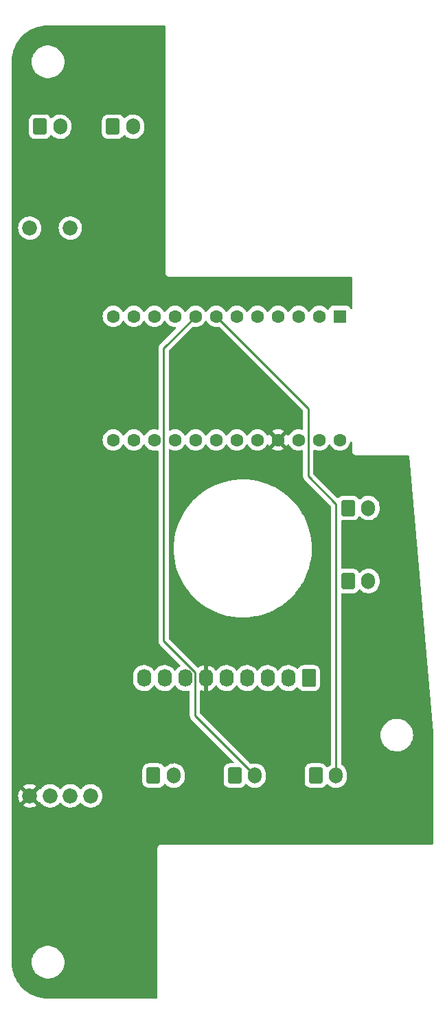
<source format=gbr>
%TF.GenerationSoftware,KiCad,Pcbnew,(6.0.10)*%
%TF.CreationDate,2023-01-17T00:52:56+01:00*%
%TF.ProjectId,SC_Mining_Controller_MkI,53435f4d-696e-4696-9e67-5f436f6e7472,1*%
%TF.SameCoordinates,Original*%
%TF.FileFunction,Copper,L2,Bot*%
%TF.FilePolarity,Positive*%
%FSLAX46Y46*%
G04 Gerber Fmt 4.6, Leading zero omitted, Abs format (unit mm)*
G04 Created by KiCad (PCBNEW (6.0.10)) date 2023-01-17 00:52:56*
%MOMM*%
%LPD*%
G01*
G04 APERTURE LIST*
G04 Aperture macros list*
%AMRoundRect*
0 Rectangle with rounded corners*
0 $1 Rounding radius*
0 $2 $3 $4 $5 $6 $7 $8 $9 X,Y pos of 4 corners*
0 Add a 4 corners polygon primitive as box body*
4,1,4,$2,$3,$4,$5,$6,$7,$8,$9,$2,$3,0*
0 Add four circle primitives for the rounded corners*
1,1,$1+$1,$2,$3*
1,1,$1+$1,$4,$5*
1,1,$1+$1,$6,$7*
1,1,$1+$1,$8,$9*
0 Add four rect primitives between the rounded corners*
20,1,$1+$1,$2,$3,$4,$5,0*
20,1,$1+$1,$4,$5,$6,$7,0*
20,1,$1+$1,$6,$7,$8,$9,0*
20,1,$1+$1,$8,$9,$2,$3,0*%
G04 Aperture macros list end*
%TA.AperFunction,ComponentPad*%
%ADD10RoundRect,0.250000X-0.600000X-0.750000X0.600000X-0.750000X0.600000X0.750000X-0.600000X0.750000X0*%
%TD*%
%TA.AperFunction,ComponentPad*%
%ADD11O,1.700000X2.000000*%
%TD*%
%TA.AperFunction,ComponentPad*%
%ADD12RoundRect,0.250000X0.620000X0.845000X-0.620000X0.845000X-0.620000X-0.845000X0.620000X-0.845000X0*%
%TD*%
%TA.AperFunction,ComponentPad*%
%ADD13O,1.740000X2.190000*%
%TD*%
%TA.AperFunction,ComponentPad*%
%ADD14R,1.600000X1.600000*%
%TD*%
%TA.AperFunction,ComponentPad*%
%ADD15C,1.600000*%
%TD*%
%TA.AperFunction,ComponentPad*%
%ADD16C,1.850000*%
%TD*%
%TA.AperFunction,Conductor*%
%ADD17C,0.250000*%
%TD*%
G04 APERTURE END LIST*
D10*
%TO.P,SW2,1,A*%
%TO.N,GND*%
X77000000Y-104000000D03*
D11*
%TO.P,SW2,2,B*%
%TO.N,Net-(SW2-Pad2)*%
X79500000Y-104000000D03*
%TD*%
D10*
%TO.P,SW5,1,A*%
%TO.N,GND*%
X53000000Y-128000000D03*
D11*
%TO.P,SW5,2,B*%
%TO.N,Net-(SW5-Pad2)*%
X55500000Y-128000000D03*
%TD*%
D10*
%TO.P,SW6,1,A*%
%TO.N,GND*%
X48000000Y-48000000D03*
D11*
%TO.P,SW6,2,B*%
%TO.N,Net-(SW6-Pad2)*%
X50500000Y-48000000D03*
%TD*%
D10*
%TO.P,SW7,1,A*%
%TO.N,GND*%
X39000000Y-48000000D03*
D11*
%TO.P,SW7,2,B*%
%TO.N,Net-(SW7-Pad2)*%
X41500000Y-48000000D03*
%TD*%
D10*
%TO.P,SW4,1,A*%
%TO.N,GND*%
X63000000Y-128000000D03*
D11*
%TO.P,SW4,2,B*%
%TO.N,Net-(SW4-Pad2)*%
X65500000Y-128000000D03*
%TD*%
D10*
%TO.P,SW3,1,A*%
%TO.N,GND*%
X73000000Y-128000000D03*
D11*
%TO.P,SW3,2,B*%
%TO.N,Net-(SW3-Pad2)*%
X75500000Y-128000000D03*
%TD*%
D12*
%TO.P,JOY1,1,GND*%
%TO.N,GND*%
X72160000Y-115980000D03*
D13*
%TO.P,JOY1,2,Center_Tap_Ref*%
%TO.N,Net-(JOY1-Pad2)*%
X69620000Y-115980000D03*
%TO.P,JOY1,3,NC*%
%TO.N,unconnected-(JOY1-Pad3)*%
X67080000Y-115980000D03*
%TO.P,JOY1,4,Y_Axis*%
%TO.N,Net-(JOY1-Pad4)*%
X64540000Y-115980000D03*
%TO.P,JOY1,5,X_Axis*%
%TO.N,Net-(JOY1-Pad5)*%
X62000000Y-115980000D03*
%TO.P,JOY1,6,+5V*%
%TO.N,+5V*%
X59460000Y-115980000D03*
%TO.P,JOY1,7,Center_Detect*%
%TO.N,Net-(JOY1-Pad7)*%
X56920000Y-115980000D03*
%TO.P,JOY1,8,Switch_In_(NO)*%
%TO.N,Net-(JOY1-Pad8)*%
X54380000Y-115980000D03*
%TO.P,JOY1,9,Switch_OUT_(NO)*%
%TO.N,GND*%
X51840000Y-115980000D03*
%TD*%
D14*
%TO.P,U1,1,1/TX*%
%TO.N,unconnected-(U1-Pad1)*%
X75970000Y-71380000D03*
D15*
%TO.P,U1,2,0/RX*%
%TO.N,unconnected-(U1-Pad2)*%
X73430000Y-71380000D03*
%TO.P,U1,3,GND*%
%TO.N,GND*%
X70890000Y-71380000D03*
%TO.P,U1,4,GND*%
X68350000Y-71380000D03*
%TO.P,U1,5,2/SDA*%
%TO.N,Net-(SW1-Pad2)*%
X65810000Y-71380000D03*
%TO.P,U1,6,3/SCL/~*%
%TO.N,Net-(SW2-Pad2)*%
X63270000Y-71380000D03*
%TO.P,U1,7,4/(A6)*%
%TO.N,Net-(SW3-Pad2)*%
X60730000Y-71380000D03*
%TO.P,U1,8,5/~*%
%TO.N,Net-(SW4-Pad2)*%
X58190000Y-71380000D03*
%TO.P,U1,9,6/(A7)/~*%
%TO.N,Net-(SW5-Pad2)*%
X55650000Y-71380000D03*
%TO.P,U1,10,7*%
%TO.N,Net-(SW6-Pad2)*%
X53110000Y-71380000D03*
%TO.P,U1,11,8/(A8)*%
%TO.N,Net-(SW7-Pad2)*%
X50570000Y-71380000D03*
%TO.P,U1,12,9/(A9)/~*%
%TO.N,unconnected-(U1-Pad12)*%
X48030000Y-71380000D03*
%TO.P,U1,13,~/(A10)/10*%
%TO.N,Net-(RV1-Pad2)*%
X48030000Y-86620000D03*
%TO.P,U1,14,MOSI/16*%
%TO.N,unconnected-(U1-Pad14)*%
X50570000Y-86620000D03*
%TO.P,U1,15,MISO/14*%
%TO.N,Net-(JOY1-Pad8)*%
X53110000Y-86620000D03*
%TO.P,U1,16,SCLK/15*%
%TO.N,Net-(JOY1-Pad7)*%
X55650000Y-86620000D03*
%TO.P,U1,17,(18)/A0*%
%TO.N,Net-(JOY1-Pad5)*%
X58190000Y-86620000D03*
%TO.P,U1,18,(19)/A1*%
%TO.N,Net-(JOY1-Pad4)*%
X60730000Y-86620000D03*
%TO.P,U1,19,(20)/A2*%
%TO.N,Net-(JOY1-Pad2)*%
X63270000Y-86620000D03*
%TO.P,U1,20,(21)/A3*%
%TO.N,unconnected-(U1-Pad20)*%
X65810000Y-86620000D03*
%TO.P,U1,21,VCC*%
%TO.N,+5V*%
X68350000Y-86620000D03*
%TO.P,U1,22,~{RST}*%
%TO.N,unconnected-(U1-Pad22)*%
X70890000Y-86620000D03*
%TO.P,U1,23,GND*%
%TO.N,GND*%
X73430000Y-86620000D03*
%TO.P,U1,24,RAW*%
%TO.N,unconnected-(U1-Pad24)*%
X75970000Y-86620000D03*
%TD*%
D10*
%TO.P,SW1,1,A*%
%TO.N,GND*%
X77000000Y-95000000D03*
D11*
%TO.P,SW1,2,B*%
%TO.N,Net-(SW1-Pad2)*%
X79500000Y-95000000D03*
%TD*%
D16*
%TO.P,RV1,1,1*%
%TO.N,+5V*%
X37750000Y-130500000D03*
%TO.P,RV1,2,2*%
%TO.N,Net-(RV1-Pad2)*%
X40250000Y-130500000D03*
%TO.P,RV1,3,3*%
%TO.N,GND*%
X37750000Y-60500000D03*
%TO.P,RV1,4,4*%
%TO.N,unconnected-(RV1-Pad4)*%
X42750000Y-130500000D03*
%TO.P,RV1,5,5*%
%TO.N,unconnected-(RV1-Pad5)*%
X45250000Y-130500000D03*
%TO.P,RV1,6,6*%
%TO.N,unconnected-(RV1-Pad6)*%
X42750000Y-60500000D03*
%TD*%
D17*
%TO.N,Net-(SW3-Pad2)*%
X60730000Y-71380000D02*
X72078817Y-82728817D01*
X72078817Y-91078817D02*
X75500000Y-94500000D01*
X75500000Y-94500000D02*
X75500000Y-128000000D01*
X72078817Y-82728817D02*
X72078817Y-91078817D01*
%TO.N,Net-(SW4-Pad2)*%
X54235000Y-75335000D02*
X54235000Y-111380015D01*
X58115000Y-115260015D02*
X58115000Y-120615000D01*
X58190000Y-71380000D02*
X54235000Y-75335000D01*
X54235000Y-111380015D02*
X58115000Y-115260015D01*
X58115000Y-120615000D02*
X65500000Y-128000000D01*
%TD*%
%TA.AperFunction,Conductor*%
%TO.N,+5V*%
G36*
X54433621Y-35528502D02*
G01*
X54480114Y-35582158D01*
X54491500Y-35634500D01*
X54491500Y-65991377D01*
X54491498Y-65992147D01*
X54491024Y-66069721D01*
X54493491Y-66078352D01*
X54499150Y-66098153D01*
X54502728Y-66114915D01*
X54506920Y-66144187D01*
X54510634Y-66152355D01*
X54510634Y-66152356D01*
X54517548Y-66167562D01*
X54523996Y-66185086D01*
X54531051Y-66209771D01*
X54535843Y-66217365D01*
X54535844Y-66217368D01*
X54546830Y-66234780D01*
X54554969Y-66249863D01*
X54567208Y-66276782D01*
X54573069Y-66283584D01*
X54583970Y-66296235D01*
X54595073Y-66311239D01*
X54608776Y-66332958D01*
X54615501Y-66338897D01*
X54615504Y-66338901D01*
X54630938Y-66352532D01*
X54642982Y-66364724D01*
X54656427Y-66380327D01*
X54656430Y-66380329D01*
X54662287Y-66387127D01*
X54669816Y-66392007D01*
X54669817Y-66392008D01*
X54683835Y-66401094D01*
X54698709Y-66412385D01*
X54711217Y-66423431D01*
X54717951Y-66429378D01*
X54744711Y-66441942D01*
X54759691Y-66450263D01*
X54776983Y-66461471D01*
X54776988Y-66461473D01*
X54784515Y-66466352D01*
X54793108Y-66468922D01*
X54793113Y-66468924D01*
X54809120Y-66473711D01*
X54826564Y-66480372D01*
X54841676Y-66487467D01*
X54841678Y-66487468D01*
X54849800Y-66491281D01*
X54858667Y-66492662D01*
X54858668Y-66492662D01*
X54868310Y-66494163D01*
X54879017Y-66495830D01*
X54895732Y-66499613D01*
X54915466Y-66505515D01*
X54915472Y-66505516D01*
X54924066Y-66508086D01*
X54933037Y-66508141D01*
X54933038Y-66508141D01*
X54943097Y-66508202D01*
X54958506Y-66508296D01*
X54959289Y-66508329D01*
X54960386Y-66508500D01*
X54991377Y-66508500D01*
X54992147Y-66508502D01*
X55065785Y-66508952D01*
X55065786Y-66508952D01*
X55069721Y-66508976D01*
X55071065Y-66508592D01*
X55072410Y-66508500D01*
X77365500Y-66508500D01*
X77433621Y-66528502D01*
X77480114Y-66582158D01*
X77491500Y-66634500D01*
X77491500Y-70360829D01*
X77471498Y-70428950D01*
X77417842Y-70475443D01*
X77347568Y-70485547D01*
X77282988Y-70456053D01*
X77247518Y-70405058D01*
X77223768Y-70341705D01*
X77223767Y-70341703D01*
X77220615Y-70333295D01*
X77133261Y-70216739D01*
X77016705Y-70129385D01*
X76880316Y-70078255D01*
X76818134Y-70071500D01*
X75121866Y-70071500D01*
X75059684Y-70078255D01*
X74923295Y-70129385D01*
X74806739Y-70216739D01*
X74719385Y-70333295D01*
X74668255Y-70469684D01*
X74667083Y-70480474D01*
X74666197Y-70482606D01*
X74665575Y-70485222D01*
X74665152Y-70485121D01*
X74639845Y-70546035D01*
X74581483Y-70586463D01*
X74510529Y-70588922D01*
X74449510Y-70552629D01*
X74442511Y-70543969D01*
X74439354Y-70540207D01*
X74436198Y-70535700D01*
X74274300Y-70373802D01*
X74269792Y-70370645D01*
X74269789Y-70370643D01*
X74191611Y-70315902D01*
X74086749Y-70242477D01*
X74081767Y-70240154D01*
X74081762Y-70240151D01*
X73884225Y-70148039D01*
X73884224Y-70148039D01*
X73879243Y-70145716D01*
X73873935Y-70144294D01*
X73873933Y-70144293D01*
X73663402Y-70087881D01*
X73663400Y-70087881D01*
X73658087Y-70086457D01*
X73430000Y-70066502D01*
X73201913Y-70086457D01*
X73196600Y-70087881D01*
X73196598Y-70087881D01*
X72986067Y-70144293D01*
X72986065Y-70144294D01*
X72980757Y-70145716D01*
X72975776Y-70148039D01*
X72975775Y-70148039D01*
X72778238Y-70240151D01*
X72778233Y-70240154D01*
X72773251Y-70242477D01*
X72668389Y-70315902D01*
X72590211Y-70370643D01*
X72590208Y-70370645D01*
X72585700Y-70373802D01*
X72423802Y-70535700D01*
X72292477Y-70723251D01*
X72290154Y-70728233D01*
X72290151Y-70728238D01*
X72274195Y-70762457D01*
X72227278Y-70815742D01*
X72159001Y-70835203D01*
X72091041Y-70814661D01*
X72045805Y-70762457D01*
X72029849Y-70728238D01*
X72029846Y-70728233D01*
X72027523Y-70723251D01*
X71896198Y-70535700D01*
X71734300Y-70373802D01*
X71729792Y-70370645D01*
X71729789Y-70370643D01*
X71651611Y-70315902D01*
X71546749Y-70242477D01*
X71541767Y-70240154D01*
X71541762Y-70240151D01*
X71344225Y-70148039D01*
X71344224Y-70148039D01*
X71339243Y-70145716D01*
X71333935Y-70144294D01*
X71333933Y-70144293D01*
X71123402Y-70087881D01*
X71123400Y-70087881D01*
X71118087Y-70086457D01*
X70890000Y-70066502D01*
X70661913Y-70086457D01*
X70656600Y-70087881D01*
X70656598Y-70087881D01*
X70446067Y-70144293D01*
X70446065Y-70144294D01*
X70440757Y-70145716D01*
X70435776Y-70148039D01*
X70435775Y-70148039D01*
X70238238Y-70240151D01*
X70238233Y-70240154D01*
X70233251Y-70242477D01*
X70128389Y-70315902D01*
X70050211Y-70370643D01*
X70050208Y-70370645D01*
X70045700Y-70373802D01*
X69883802Y-70535700D01*
X69752477Y-70723251D01*
X69750154Y-70728233D01*
X69750151Y-70728238D01*
X69734195Y-70762457D01*
X69687278Y-70815742D01*
X69619001Y-70835203D01*
X69551041Y-70814661D01*
X69505805Y-70762457D01*
X69489849Y-70728238D01*
X69489846Y-70728233D01*
X69487523Y-70723251D01*
X69356198Y-70535700D01*
X69194300Y-70373802D01*
X69189792Y-70370645D01*
X69189789Y-70370643D01*
X69111611Y-70315902D01*
X69006749Y-70242477D01*
X69001767Y-70240154D01*
X69001762Y-70240151D01*
X68804225Y-70148039D01*
X68804224Y-70148039D01*
X68799243Y-70145716D01*
X68793935Y-70144294D01*
X68793933Y-70144293D01*
X68583402Y-70087881D01*
X68583400Y-70087881D01*
X68578087Y-70086457D01*
X68350000Y-70066502D01*
X68121913Y-70086457D01*
X68116600Y-70087881D01*
X68116598Y-70087881D01*
X67906067Y-70144293D01*
X67906065Y-70144294D01*
X67900757Y-70145716D01*
X67895776Y-70148039D01*
X67895775Y-70148039D01*
X67698238Y-70240151D01*
X67698233Y-70240154D01*
X67693251Y-70242477D01*
X67588389Y-70315902D01*
X67510211Y-70370643D01*
X67510208Y-70370645D01*
X67505700Y-70373802D01*
X67343802Y-70535700D01*
X67212477Y-70723251D01*
X67210154Y-70728233D01*
X67210151Y-70728238D01*
X67194195Y-70762457D01*
X67147278Y-70815742D01*
X67079001Y-70835203D01*
X67011041Y-70814661D01*
X66965805Y-70762457D01*
X66949849Y-70728238D01*
X66949846Y-70728233D01*
X66947523Y-70723251D01*
X66816198Y-70535700D01*
X66654300Y-70373802D01*
X66649792Y-70370645D01*
X66649789Y-70370643D01*
X66571611Y-70315902D01*
X66466749Y-70242477D01*
X66461767Y-70240154D01*
X66461762Y-70240151D01*
X66264225Y-70148039D01*
X66264224Y-70148039D01*
X66259243Y-70145716D01*
X66253935Y-70144294D01*
X66253933Y-70144293D01*
X66043402Y-70087881D01*
X66043400Y-70087881D01*
X66038087Y-70086457D01*
X65810000Y-70066502D01*
X65581913Y-70086457D01*
X65576600Y-70087881D01*
X65576598Y-70087881D01*
X65366067Y-70144293D01*
X65366065Y-70144294D01*
X65360757Y-70145716D01*
X65355776Y-70148039D01*
X65355775Y-70148039D01*
X65158238Y-70240151D01*
X65158233Y-70240154D01*
X65153251Y-70242477D01*
X65048389Y-70315902D01*
X64970211Y-70370643D01*
X64970208Y-70370645D01*
X64965700Y-70373802D01*
X64803802Y-70535700D01*
X64672477Y-70723251D01*
X64670154Y-70728233D01*
X64670151Y-70728238D01*
X64654195Y-70762457D01*
X64607278Y-70815742D01*
X64539001Y-70835203D01*
X64471041Y-70814661D01*
X64425805Y-70762457D01*
X64409849Y-70728238D01*
X64409846Y-70728233D01*
X64407523Y-70723251D01*
X64276198Y-70535700D01*
X64114300Y-70373802D01*
X64109792Y-70370645D01*
X64109789Y-70370643D01*
X64031611Y-70315902D01*
X63926749Y-70242477D01*
X63921767Y-70240154D01*
X63921762Y-70240151D01*
X63724225Y-70148039D01*
X63724224Y-70148039D01*
X63719243Y-70145716D01*
X63713935Y-70144294D01*
X63713933Y-70144293D01*
X63503402Y-70087881D01*
X63503400Y-70087881D01*
X63498087Y-70086457D01*
X63270000Y-70066502D01*
X63041913Y-70086457D01*
X63036600Y-70087881D01*
X63036598Y-70087881D01*
X62826067Y-70144293D01*
X62826065Y-70144294D01*
X62820757Y-70145716D01*
X62815776Y-70148039D01*
X62815775Y-70148039D01*
X62618238Y-70240151D01*
X62618233Y-70240154D01*
X62613251Y-70242477D01*
X62508389Y-70315902D01*
X62430211Y-70370643D01*
X62430208Y-70370645D01*
X62425700Y-70373802D01*
X62263802Y-70535700D01*
X62132477Y-70723251D01*
X62130154Y-70728233D01*
X62130151Y-70728238D01*
X62114195Y-70762457D01*
X62067278Y-70815742D01*
X61999001Y-70835203D01*
X61931041Y-70814661D01*
X61885805Y-70762457D01*
X61869849Y-70728238D01*
X61869846Y-70728233D01*
X61867523Y-70723251D01*
X61736198Y-70535700D01*
X61574300Y-70373802D01*
X61569792Y-70370645D01*
X61569789Y-70370643D01*
X61491611Y-70315902D01*
X61386749Y-70242477D01*
X61381767Y-70240154D01*
X61381762Y-70240151D01*
X61184225Y-70148039D01*
X61184224Y-70148039D01*
X61179243Y-70145716D01*
X61173935Y-70144294D01*
X61173933Y-70144293D01*
X60963402Y-70087881D01*
X60963400Y-70087881D01*
X60958087Y-70086457D01*
X60730000Y-70066502D01*
X60501913Y-70086457D01*
X60496600Y-70087881D01*
X60496598Y-70087881D01*
X60286067Y-70144293D01*
X60286065Y-70144294D01*
X60280757Y-70145716D01*
X60275776Y-70148039D01*
X60275775Y-70148039D01*
X60078238Y-70240151D01*
X60078233Y-70240154D01*
X60073251Y-70242477D01*
X59968389Y-70315902D01*
X59890211Y-70370643D01*
X59890208Y-70370645D01*
X59885700Y-70373802D01*
X59723802Y-70535700D01*
X59592477Y-70723251D01*
X59590154Y-70728233D01*
X59590151Y-70728238D01*
X59574195Y-70762457D01*
X59527278Y-70815742D01*
X59459001Y-70835203D01*
X59391041Y-70814661D01*
X59345805Y-70762457D01*
X59329849Y-70728238D01*
X59329846Y-70728233D01*
X59327523Y-70723251D01*
X59196198Y-70535700D01*
X59034300Y-70373802D01*
X59029792Y-70370645D01*
X59029789Y-70370643D01*
X58951611Y-70315902D01*
X58846749Y-70242477D01*
X58841767Y-70240154D01*
X58841762Y-70240151D01*
X58644225Y-70148039D01*
X58644224Y-70148039D01*
X58639243Y-70145716D01*
X58633935Y-70144294D01*
X58633933Y-70144293D01*
X58423402Y-70087881D01*
X58423400Y-70087881D01*
X58418087Y-70086457D01*
X58190000Y-70066502D01*
X57961913Y-70086457D01*
X57956600Y-70087881D01*
X57956598Y-70087881D01*
X57746067Y-70144293D01*
X57746065Y-70144294D01*
X57740757Y-70145716D01*
X57735776Y-70148039D01*
X57735775Y-70148039D01*
X57538238Y-70240151D01*
X57538233Y-70240154D01*
X57533251Y-70242477D01*
X57428389Y-70315902D01*
X57350211Y-70370643D01*
X57350208Y-70370645D01*
X57345700Y-70373802D01*
X57183802Y-70535700D01*
X57052477Y-70723251D01*
X57050154Y-70728233D01*
X57050151Y-70728238D01*
X57034195Y-70762457D01*
X56987278Y-70815742D01*
X56919001Y-70835203D01*
X56851041Y-70814661D01*
X56805805Y-70762457D01*
X56789849Y-70728238D01*
X56789846Y-70728233D01*
X56787523Y-70723251D01*
X56656198Y-70535700D01*
X56494300Y-70373802D01*
X56489792Y-70370645D01*
X56489789Y-70370643D01*
X56411611Y-70315902D01*
X56306749Y-70242477D01*
X56301767Y-70240154D01*
X56301762Y-70240151D01*
X56104225Y-70148039D01*
X56104224Y-70148039D01*
X56099243Y-70145716D01*
X56093935Y-70144294D01*
X56093933Y-70144293D01*
X55883402Y-70087881D01*
X55883400Y-70087881D01*
X55878087Y-70086457D01*
X55650000Y-70066502D01*
X55421913Y-70086457D01*
X55416600Y-70087881D01*
X55416598Y-70087881D01*
X55206067Y-70144293D01*
X55206065Y-70144294D01*
X55200757Y-70145716D01*
X55195776Y-70148039D01*
X55195775Y-70148039D01*
X54998238Y-70240151D01*
X54998233Y-70240154D01*
X54993251Y-70242477D01*
X54888389Y-70315902D01*
X54810211Y-70370643D01*
X54810208Y-70370645D01*
X54805700Y-70373802D01*
X54643802Y-70535700D01*
X54512477Y-70723251D01*
X54510154Y-70728233D01*
X54510151Y-70728238D01*
X54494195Y-70762457D01*
X54447278Y-70815742D01*
X54379001Y-70835203D01*
X54311041Y-70814661D01*
X54265805Y-70762457D01*
X54249849Y-70728238D01*
X54249846Y-70728233D01*
X54247523Y-70723251D01*
X54116198Y-70535700D01*
X53954300Y-70373802D01*
X53949792Y-70370645D01*
X53949789Y-70370643D01*
X53871611Y-70315902D01*
X53766749Y-70242477D01*
X53761767Y-70240154D01*
X53761762Y-70240151D01*
X53564225Y-70148039D01*
X53564224Y-70148039D01*
X53559243Y-70145716D01*
X53553935Y-70144294D01*
X53553933Y-70144293D01*
X53343402Y-70087881D01*
X53343400Y-70087881D01*
X53338087Y-70086457D01*
X53110000Y-70066502D01*
X52881913Y-70086457D01*
X52876600Y-70087881D01*
X52876598Y-70087881D01*
X52666067Y-70144293D01*
X52666065Y-70144294D01*
X52660757Y-70145716D01*
X52655776Y-70148039D01*
X52655775Y-70148039D01*
X52458238Y-70240151D01*
X52458233Y-70240154D01*
X52453251Y-70242477D01*
X52348389Y-70315902D01*
X52270211Y-70370643D01*
X52270208Y-70370645D01*
X52265700Y-70373802D01*
X52103802Y-70535700D01*
X51972477Y-70723251D01*
X51970154Y-70728233D01*
X51970151Y-70728238D01*
X51954195Y-70762457D01*
X51907278Y-70815742D01*
X51839001Y-70835203D01*
X51771041Y-70814661D01*
X51725805Y-70762457D01*
X51709849Y-70728238D01*
X51709846Y-70728233D01*
X51707523Y-70723251D01*
X51576198Y-70535700D01*
X51414300Y-70373802D01*
X51409792Y-70370645D01*
X51409789Y-70370643D01*
X51331611Y-70315902D01*
X51226749Y-70242477D01*
X51221767Y-70240154D01*
X51221762Y-70240151D01*
X51024225Y-70148039D01*
X51024224Y-70148039D01*
X51019243Y-70145716D01*
X51013935Y-70144294D01*
X51013933Y-70144293D01*
X50803402Y-70087881D01*
X50803400Y-70087881D01*
X50798087Y-70086457D01*
X50570000Y-70066502D01*
X50341913Y-70086457D01*
X50336600Y-70087881D01*
X50336598Y-70087881D01*
X50126067Y-70144293D01*
X50126065Y-70144294D01*
X50120757Y-70145716D01*
X50115776Y-70148039D01*
X50115775Y-70148039D01*
X49918238Y-70240151D01*
X49918233Y-70240154D01*
X49913251Y-70242477D01*
X49808389Y-70315902D01*
X49730211Y-70370643D01*
X49730208Y-70370645D01*
X49725700Y-70373802D01*
X49563802Y-70535700D01*
X49432477Y-70723251D01*
X49430154Y-70728233D01*
X49430151Y-70728238D01*
X49414195Y-70762457D01*
X49367278Y-70815742D01*
X49299001Y-70835203D01*
X49231041Y-70814661D01*
X49185805Y-70762457D01*
X49169849Y-70728238D01*
X49169846Y-70728233D01*
X49167523Y-70723251D01*
X49036198Y-70535700D01*
X48874300Y-70373802D01*
X48869792Y-70370645D01*
X48869789Y-70370643D01*
X48791611Y-70315902D01*
X48686749Y-70242477D01*
X48681767Y-70240154D01*
X48681762Y-70240151D01*
X48484225Y-70148039D01*
X48484224Y-70148039D01*
X48479243Y-70145716D01*
X48473935Y-70144294D01*
X48473933Y-70144293D01*
X48263402Y-70087881D01*
X48263400Y-70087881D01*
X48258087Y-70086457D01*
X48030000Y-70066502D01*
X47801913Y-70086457D01*
X47796600Y-70087881D01*
X47796598Y-70087881D01*
X47586067Y-70144293D01*
X47586065Y-70144294D01*
X47580757Y-70145716D01*
X47575776Y-70148039D01*
X47575775Y-70148039D01*
X47378238Y-70240151D01*
X47378233Y-70240154D01*
X47373251Y-70242477D01*
X47268389Y-70315902D01*
X47190211Y-70370643D01*
X47190208Y-70370645D01*
X47185700Y-70373802D01*
X47023802Y-70535700D01*
X46892477Y-70723251D01*
X46890154Y-70728233D01*
X46890151Y-70728238D01*
X46874195Y-70762457D01*
X46795716Y-70930757D01*
X46736457Y-71151913D01*
X46716502Y-71380000D01*
X46736457Y-71608087D01*
X46795716Y-71829243D01*
X46798039Y-71834224D01*
X46798039Y-71834225D01*
X46890151Y-72031762D01*
X46890154Y-72031767D01*
X46892477Y-72036749D01*
X47023802Y-72224300D01*
X47185700Y-72386198D01*
X47190208Y-72389355D01*
X47190211Y-72389357D01*
X47204227Y-72399171D01*
X47373251Y-72517523D01*
X47378233Y-72519846D01*
X47378238Y-72519849D01*
X47575775Y-72611961D01*
X47580757Y-72614284D01*
X47586065Y-72615706D01*
X47586067Y-72615707D01*
X47796598Y-72672119D01*
X47796600Y-72672119D01*
X47801913Y-72673543D01*
X48030000Y-72693498D01*
X48258087Y-72673543D01*
X48263400Y-72672119D01*
X48263402Y-72672119D01*
X48473933Y-72615707D01*
X48473935Y-72615706D01*
X48479243Y-72614284D01*
X48484225Y-72611961D01*
X48681762Y-72519849D01*
X48681767Y-72519846D01*
X48686749Y-72517523D01*
X48855773Y-72399171D01*
X48869789Y-72389357D01*
X48869792Y-72389355D01*
X48874300Y-72386198D01*
X49036198Y-72224300D01*
X49167523Y-72036749D01*
X49169846Y-72031767D01*
X49169849Y-72031762D01*
X49185805Y-71997543D01*
X49232722Y-71944258D01*
X49300999Y-71924797D01*
X49368959Y-71945339D01*
X49414195Y-71997543D01*
X49430151Y-72031762D01*
X49430154Y-72031767D01*
X49432477Y-72036749D01*
X49563802Y-72224300D01*
X49725700Y-72386198D01*
X49730208Y-72389355D01*
X49730211Y-72389357D01*
X49744227Y-72399171D01*
X49913251Y-72517523D01*
X49918233Y-72519846D01*
X49918238Y-72519849D01*
X50115775Y-72611961D01*
X50120757Y-72614284D01*
X50126065Y-72615706D01*
X50126067Y-72615707D01*
X50336598Y-72672119D01*
X50336600Y-72672119D01*
X50341913Y-72673543D01*
X50570000Y-72693498D01*
X50798087Y-72673543D01*
X50803400Y-72672119D01*
X50803402Y-72672119D01*
X51013933Y-72615707D01*
X51013935Y-72615706D01*
X51019243Y-72614284D01*
X51024225Y-72611961D01*
X51221762Y-72519849D01*
X51221767Y-72519846D01*
X51226749Y-72517523D01*
X51395773Y-72399171D01*
X51409789Y-72389357D01*
X51409792Y-72389355D01*
X51414300Y-72386198D01*
X51576198Y-72224300D01*
X51707523Y-72036749D01*
X51709846Y-72031767D01*
X51709849Y-72031762D01*
X51725805Y-71997543D01*
X51772722Y-71944258D01*
X51840999Y-71924797D01*
X51908959Y-71945339D01*
X51954195Y-71997543D01*
X51970151Y-72031762D01*
X51970154Y-72031767D01*
X51972477Y-72036749D01*
X52103802Y-72224300D01*
X52265700Y-72386198D01*
X52270208Y-72389355D01*
X52270211Y-72389357D01*
X52284227Y-72399171D01*
X52453251Y-72517523D01*
X52458233Y-72519846D01*
X52458238Y-72519849D01*
X52655775Y-72611961D01*
X52660757Y-72614284D01*
X52666065Y-72615706D01*
X52666067Y-72615707D01*
X52876598Y-72672119D01*
X52876600Y-72672119D01*
X52881913Y-72673543D01*
X53110000Y-72693498D01*
X53338087Y-72673543D01*
X53343400Y-72672119D01*
X53343402Y-72672119D01*
X53553933Y-72615707D01*
X53553935Y-72615706D01*
X53559243Y-72614284D01*
X53564225Y-72611961D01*
X53761762Y-72519849D01*
X53761767Y-72519846D01*
X53766749Y-72517523D01*
X53935773Y-72399171D01*
X53949789Y-72389357D01*
X53949792Y-72389355D01*
X53954300Y-72386198D01*
X54116198Y-72224300D01*
X54247523Y-72036749D01*
X54249846Y-72031767D01*
X54249849Y-72031762D01*
X54265805Y-71997543D01*
X54312722Y-71944258D01*
X54380999Y-71924797D01*
X54448959Y-71945339D01*
X54494195Y-71997543D01*
X54510151Y-72031762D01*
X54510154Y-72031767D01*
X54512477Y-72036749D01*
X54643802Y-72224300D01*
X54805700Y-72386198D01*
X54810208Y-72389355D01*
X54810211Y-72389357D01*
X54824227Y-72399171D01*
X54993251Y-72517523D01*
X54998233Y-72519846D01*
X54998238Y-72519849D01*
X55195775Y-72611961D01*
X55200757Y-72614284D01*
X55206065Y-72615706D01*
X55206067Y-72615707D01*
X55416598Y-72672119D01*
X55416600Y-72672119D01*
X55421913Y-72673543D01*
X55650000Y-72693498D01*
X55655475Y-72693019D01*
X55655486Y-72693019D01*
X55667430Y-72691974D01*
X55737035Y-72705962D01*
X55788027Y-72755361D01*
X55804218Y-72824487D01*
X55780466Y-72891393D01*
X55767507Y-72906589D01*
X53842747Y-74831348D01*
X53834461Y-74838888D01*
X53827982Y-74843000D01*
X53822557Y-74848777D01*
X53781357Y-74892651D01*
X53778602Y-74895493D01*
X53758865Y-74915230D01*
X53756385Y-74918427D01*
X53748682Y-74927447D01*
X53718414Y-74959679D01*
X53714595Y-74966625D01*
X53714593Y-74966628D01*
X53708652Y-74977434D01*
X53697801Y-74993953D01*
X53685386Y-75009959D01*
X53682241Y-75017228D01*
X53682238Y-75017232D01*
X53667826Y-75050537D01*
X53662609Y-75061187D01*
X53641305Y-75099940D01*
X53639334Y-75107615D01*
X53639334Y-75107616D01*
X53636267Y-75119562D01*
X53629863Y-75138266D01*
X53621819Y-75156855D01*
X53620580Y-75164678D01*
X53620577Y-75164688D01*
X53614901Y-75200524D01*
X53612495Y-75212144D01*
X53601500Y-75254970D01*
X53601500Y-75275224D01*
X53599949Y-75294934D01*
X53596780Y-75314943D01*
X53597526Y-75322835D01*
X53600941Y-75358961D01*
X53601500Y-75370819D01*
X53601500Y-85232832D01*
X53581498Y-85300953D01*
X53527842Y-85347446D01*
X53457568Y-85357550D01*
X53442895Y-85354540D01*
X53338087Y-85326457D01*
X53110000Y-85306502D01*
X52881913Y-85326457D01*
X52876600Y-85327881D01*
X52876598Y-85327881D01*
X52666067Y-85384293D01*
X52666065Y-85384294D01*
X52660757Y-85385716D01*
X52655776Y-85388039D01*
X52655775Y-85388039D01*
X52458238Y-85480151D01*
X52458233Y-85480154D01*
X52453251Y-85482477D01*
X52381114Y-85532988D01*
X52270211Y-85610643D01*
X52270208Y-85610645D01*
X52265700Y-85613802D01*
X52103802Y-85775700D01*
X51972477Y-85963251D01*
X51970154Y-85968233D01*
X51970151Y-85968238D01*
X51954195Y-86002457D01*
X51907278Y-86055742D01*
X51839001Y-86075203D01*
X51771041Y-86054661D01*
X51725805Y-86002457D01*
X51709849Y-85968238D01*
X51709846Y-85968233D01*
X51707523Y-85963251D01*
X51576198Y-85775700D01*
X51414300Y-85613802D01*
X51409792Y-85610645D01*
X51409789Y-85610643D01*
X51298886Y-85532988D01*
X51226749Y-85482477D01*
X51221767Y-85480154D01*
X51221762Y-85480151D01*
X51024225Y-85388039D01*
X51024224Y-85388039D01*
X51019243Y-85385716D01*
X51013935Y-85384294D01*
X51013933Y-85384293D01*
X50803402Y-85327881D01*
X50803400Y-85327881D01*
X50798087Y-85326457D01*
X50570000Y-85306502D01*
X50341913Y-85326457D01*
X50336600Y-85327881D01*
X50336598Y-85327881D01*
X50126067Y-85384293D01*
X50126065Y-85384294D01*
X50120757Y-85385716D01*
X50115776Y-85388039D01*
X50115775Y-85388039D01*
X49918238Y-85480151D01*
X49918233Y-85480154D01*
X49913251Y-85482477D01*
X49841114Y-85532988D01*
X49730211Y-85610643D01*
X49730208Y-85610645D01*
X49725700Y-85613802D01*
X49563802Y-85775700D01*
X49432477Y-85963251D01*
X49430154Y-85968233D01*
X49430151Y-85968238D01*
X49414195Y-86002457D01*
X49367278Y-86055742D01*
X49299001Y-86075203D01*
X49231041Y-86054661D01*
X49185805Y-86002457D01*
X49169849Y-85968238D01*
X49169846Y-85968233D01*
X49167523Y-85963251D01*
X49036198Y-85775700D01*
X48874300Y-85613802D01*
X48869792Y-85610645D01*
X48869789Y-85610643D01*
X48758886Y-85532988D01*
X48686749Y-85482477D01*
X48681767Y-85480154D01*
X48681762Y-85480151D01*
X48484225Y-85388039D01*
X48484224Y-85388039D01*
X48479243Y-85385716D01*
X48473935Y-85384294D01*
X48473933Y-85384293D01*
X48263402Y-85327881D01*
X48263400Y-85327881D01*
X48258087Y-85326457D01*
X48030000Y-85306502D01*
X47801913Y-85326457D01*
X47796600Y-85327881D01*
X47796598Y-85327881D01*
X47586067Y-85384293D01*
X47586065Y-85384294D01*
X47580757Y-85385716D01*
X47575776Y-85388039D01*
X47575775Y-85388039D01*
X47378238Y-85480151D01*
X47378233Y-85480154D01*
X47373251Y-85482477D01*
X47301114Y-85532988D01*
X47190211Y-85610643D01*
X47190208Y-85610645D01*
X47185700Y-85613802D01*
X47023802Y-85775700D01*
X46892477Y-85963251D01*
X46890154Y-85968233D01*
X46890151Y-85968238D01*
X46890034Y-85968489D01*
X46795716Y-86170757D01*
X46794294Y-86176065D01*
X46794293Y-86176067D01*
X46737881Y-86386598D01*
X46736457Y-86391913D01*
X46716502Y-86620000D01*
X46736457Y-86848087D01*
X46737881Y-86853400D01*
X46737881Y-86853402D01*
X46775025Y-86992022D01*
X46795716Y-87069243D01*
X46798039Y-87074224D01*
X46798039Y-87074225D01*
X46890151Y-87271762D01*
X46890154Y-87271767D01*
X46892477Y-87276749D01*
X47023802Y-87464300D01*
X47185700Y-87626198D01*
X47190208Y-87629355D01*
X47190211Y-87629357D01*
X47244031Y-87667042D01*
X47373251Y-87757523D01*
X47378233Y-87759846D01*
X47378238Y-87759849D01*
X47491566Y-87812694D01*
X47580757Y-87854284D01*
X47586065Y-87855706D01*
X47586067Y-87855707D01*
X47796598Y-87912119D01*
X47796600Y-87912119D01*
X47801913Y-87913543D01*
X48030000Y-87933498D01*
X48258087Y-87913543D01*
X48263400Y-87912119D01*
X48263402Y-87912119D01*
X48473933Y-87855707D01*
X48473935Y-87855706D01*
X48479243Y-87854284D01*
X48568434Y-87812694D01*
X48681762Y-87759849D01*
X48681767Y-87759846D01*
X48686749Y-87757523D01*
X48815969Y-87667042D01*
X48869789Y-87629357D01*
X48869792Y-87629355D01*
X48874300Y-87626198D01*
X49036198Y-87464300D01*
X49167523Y-87276749D01*
X49169846Y-87271767D01*
X49169849Y-87271762D01*
X49185805Y-87237543D01*
X49232722Y-87184258D01*
X49300999Y-87164797D01*
X49368959Y-87185339D01*
X49414195Y-87237543D01*
X49430151Y-87271762D01*
X49430154Y-87271767D01*
X49432477Y-87276749D01*
X49563802Y-87464300D01*
X49725700Y-87626198D01*
X49730208Y-87629355D01*
X49730211Y-87629357D01*
X49784031Y-87667042D01*
X49913251Y-87757523D01*
X49918233Y-87759846D01*
X49918238Y-87759849D01*
X50031566Y-87812694D01*
X50120757Y-87854284D01*
X50126065Y-87855706D01*
X50126067Y-87855707D01*
X50336598Y-87912119D01*
X50336600Y-87912119D01*
X50341913Y-87913543D01*
X50570000Y-87933498D01*
X50798087Y-87913543D01*
X50803400Y-87912119D01*
X50803402Y-87912119D01*
X51013933Y-87855707D01*
X51013935Y-87855706D01*
X51019243Y-87854284D01*
X51108434Y-87812694D01*
X51221762Y-87759849D01*
X51221767Y-87759846D01*
X51226749Y-87757523D01*
X51355969Y-87667042D01*
X51409789Y-87629357D01*
X51409792Y-87629355D01*
X51414300Y-87626198D01*
X51576198Y-87464300D01*
X51707523Y-87276749D01*
X51709846Y-87271767D01*
X51709849Y-87271762D01*
X51725805Y-87237543D01*
X51772722Y-87184258D01*
X51840999Y-87164797D01*
X51908959Y-87185339D01*
X51954195Y-87237543D01*
X51970151Y-87271762D01*
X51970154Y-87271767D01*
X51972477Y-87276749D01*
X52103802Y-87464300D01*
X52265700Y-87626198D01*
X52270208Y-87629355D01*
X52270211Y-87629357D01*
X52324031Y-87667042D01*
X52453251Y-87757523D01*
X52458233Y-87759846D01*
X52458238Y-87759849D01*
X52571566Y-87812694D01*
X52660757Y-87854284D01*
X52666065Y-87855706D01*
X52666067Y-87855707D01*
X52876598Y-87912119D01*
X52876600Y-87912119D01*
X52881913Y-87913543D01*
X53110000Y-87933498D01*
X53338087Y-87913543D01*
X53442890Y-87885461D01*
X53513865Y-87887151D01*
X53572661Y-87926945D01*
X53600609Y-87992209D01*
X53601500Y-88007168D01*
X53601500Y-111301248D01*
X53600973Y-111312431D01*
X53599298Y-111319924D01*
X53599547Y-111327850D01*
X53599547Y-111327851D01*
X53601438Y-111388001D01*
X53601500Y-111391960D01*
X53601500Y-111419871D01*
X53601997Y-111423805D01*
X53601997Y-111423806D01*
X53602005Y-111423871D01*
X53602938Y-111435708D01*
X53604327Y-111479904D01*
X53609978Y-111499354D01*
X53613987Y-111518715D01*
X53616526Y-111538812D01*
X53619445Y-111546183D01*
X53619445Y-111546185D01*
X53632804Y-111579927D01*
X53636649Y-111591157D01*
X53648982Y-111633608D01*
X53653015Y-111640427D01*
X53653017Y-111640432D01*
X53659293Y-111651043D01*
X53667988Y-111668791D01*
X53675448Y-111687632D01*
X53680110Y-111694048D01*
X53680110Y-111694049D01*
X53701436Y-111723402D01*
X53707952Y-111733322D01*
X53730458Y-111771377D01*
X53744779Y-111785698D01*
X53757619Y-111800731D01*
X53769528Y-111817122D01*
X53775634Y-111822173D01*
X53803605Y-111845313D01*
X53812384Y-111853303D01*
X56297143Y-114338062D01*
X56331169Y-114400374D01*
X56326104Y-114471189D01*
X56283557Y-114528025D01*
X56273413Y-114534876D01*
X56194442Y-114582797D01*
X56104856Y-114637159D01*
X55928166Y-114790483D01*
X55779835Y-114971386D01*
X55777199Y-114976016D01*
X55777196Y-114976021D01*
X55758699Y-115008516D01*
X55707616Y-115057822D01*
X55637985Y-115071683D01*
X55571915Y-115045699D01*
X55544677Y-115016550D01*
X55474172Y-114911825D01*
X55458202Y-114888104D01*
X55296724Y-114718832D01*
X55109035Y-114579187D01*
X55104284Y-114576771D01*
X55104280Y-114576769D01*
X54905256Y-114475580D01*
X54905255Y-114475580D01*
X54900500Y-114473162D01*
X54677083Y-114403790D01*
X54671796Y-114403089D01*
X54671795Y-114403089D01*
X54450455Y-114373752D01*
X54450451Y-114373752D01*
X54445171Y-114373052D01*
X54439842Y-114373252D01*
X54439840Y-114373252D01*
X54344346Y-114376837D01*
X54211396Y-114381828D01*
X54127411Y-114399450D01*
X53987668Y-114428771D01*
X53987665Y-114428772D01*
X53982441Y-114429868D01*
X53764854Y-114515797D01*
X53760290Y-114518566D01*
X53760291Y-114518566D01*
X53569417Y-114634391D01*
X53569414Y-114634393D01*
X53564856Y-114637159D01*
X53388166Y-114790483D01*
X53239835Y-114971386D01*
X53237199Y-114976016D01*
X53237196Y-114976021D01*
X53218699Y-115008516D01*
X53167616Y-115057822D01*
X53097985Y-115071683D01*
X53031915Y-115045699D01*
X53004677Y-115016550D01*
X52934172Y-114911825D01*
X52918202Y-114888104D01*
X52756724Y-114718832D01*
X52569035Y-114579187D01*
X52564284Y-114576771D01*
X52564280Y-114576769D01*
X52365256Y-114475580D01*
X52365255Y-114475580D01*
X52360500Y-114473162D01*
X52137083Y-114403790D01*
X52131796Y-114403089D01*
X52131795Y-114403089D01*
X51910455Y-114373752D01*
X51910451Y-114373752D01*
X51905171Y-114373052D01*
X51899842Y-114373252D01*
X51899840Y-114373252D01*
X51804346Y-114376837D01*
X51671396Y-114381828D01*
X51587411Y-114399450D01*
X51447668Y-114428771D01*
X51447665Y-114428772D01*
X51442441Y-114429868D01*
X51224854Y-114515797D01*
X51220290Y-114518566D01*
X51220291Y-114518566D01*
X51029417Y-114634391D01*
X51029414Y-114634393D01*
X51024856Y-114637159D01*
X50848166Y-114790483D01*
X50699835Y-114971386D01*
X50650356Y-115058307D01*
X50608893Y-115131148D01*
X50584104Y-115174695D01*
X50504284Y-115394596D01*
X50462656Y-115624803D01*
X50461500Y-115649316D01*
X50461500Y-116263738D01*
X50476295Y-116438102D01*
X50535067Y-116664540D01*
X50537259Y-116669406D01*
X50537260Y-116669409D01*
X50603864Y-116817264D01*
X50631150Y-116877837D01*
X50634134Y-116882270D01*
X50634135Y-116882271D01*
X50647226Y-116901715D01*
X50761798Y-117071896D01*
X50923276Y-117241168D01*
X51110965Y-117380813D01*
X51115716Y-117383229D01*
X51115720Y-117383231D01*
X51229308Y-117440982D01*
X51319500Y-117486838D01*
X51542917Y-117556210D01*
X51548204Y-117556911D01*
X51548205Y-117556911D01*
X51769545Y-117586248D01*
X51769549Y-117586248D01*
X51774829Y-117586948D01*
X51780158Y-117586748D01*
X51780160Y-117586748D01*
X51891716Y-117582560D01*
X52008604Y-117578172D01*
X52111019Y-117556683D01*
X52232332Y-117531229D01*
X52232335Y-117531228D01*
X52237559Y-117530132D01*
X52455146Y-117444203D01*
X52564860Y-117377627D01*
X52650583Y-117325609D01*
X52650586Y-117325607D01*
X52655144Y-117322841D01*
X52831834Y-117169517D01*
X52980165Y-116988614D01*
X52982801Y-116983984D01*
X52982804Y-116983979D01*
X53001301Y-116951484D01*
X53052384Y-116902178D01*
X53122015Y-116888317D01*
X53188085Y-116914301D01*
X53215323Y-116943450D01*
X53301798Y-117071896D01*
X53463276Y-117241168D01*
X53650965Y-117380813D01*
X53655716Y-117383229D01*
X53655720Y-117383231D01*
X53769308Y-117440982D01*
X53859500Y-117486838D01*
X54082917Y-117556210D01*
X54088204Y-117556911D01*
X54088205Y-117556911D01*
X54309545Y-117586248D01*
X54309549Y-117586248D01*
X54314829Y-117586948D01*
X54320158Y-117586748D01*
X54320160Y-117586748D01*
X54431716Y-117582560D01*
X54548604Y-117578172D01*
X54651019Y-117556683D01*
X54772332Y-117531229D01*
X54772335Y-117531228D01*
X54777559Y-117530132D01*
X54995146Y-117444203D01*
X55104860Y-117377627D01*
X55190583Y-117325609D01*
X55190586Y-117325607D01*
X55195144Y-117322841D01*
X55371834Y-117169517D01*
X55520165Y-116988614D01*
X55522801Y-116983984D01*
X55522804Y-116983979D01*
X55541301Y-116951484D01*
X55592384Y-116902178D01*
X55662015Y-116888317D01*
X55728085Y-116914301D01*
X55755323Y-116943450D01*
X55841798Y-117071896D01*
X56003276Y-117241168D01*
X56190965Y-117380813D01*
X56195716Y-117383229D01*
X56195720Y-117383231D01*
X56309308Y-117440982D01*
X56399500Y-117486838D01*
X56622917Y-117556210D01*
X56628204Y-117556911D01*
X56628205Y-117556911D01*
X56849545Y-117586248D01*
X56849549Y-117586248D01*
X56854829Y-117586948D01*
X56860158Y-117586748D01*
X56860160Y-117586748D01*
X56971716Y-117582560D01*
X57088604Y-117578172D01*
X57191019Y-117556683D01*
X57312332Y-117531229D01*
X57312335Y-117531228D01*
X57317559Y-117530132D01*
X57320078Y-117529137D01*
X57390281Y-117528722D01*
X57450234Y-117566751D01*
X57480109Y-117631156D01*
X57481500Y-117649826D01*
X57481500Y-120536233D01*
X57480973Y-120547416D01*
X57479298Y-120554909D01*
X57479547Y-120562835D01*
X57479547Y-120562836D01*
X57481438Y-120622986D01*
X57481500Y-120626945D01*
X57481500Y-120654856D01*
X57481997Y-120658790D01*
X57481997Y-120658791D01*
X57482005Y-120658856D01*
X57482938Y-120670693D01*
X57484327Y-120714889D01*
X57489978Y-120734339D01*
X57493987Y-120753700D01*
X57496526Y-120773797D01*
X57499445Y-120781168D01*
X57499445Y-120781170D01*
X57512804Y-120814912D01*
X57516649Y-120826142D01*
X57528982Y-120868593D01*
X57533015Y-120875412D01*
X57533017Y-120875417D01*
X57539293Y-120886028D01*
X57547988Y-120903776D01*
X57555448Y-120922617D01*
X57560110Y-120929033D01*
X57560110Y-120929034D01*
X57581436Y-120958387D01*
X57587952Y-120968307D01*
X57601256Y-120990802D01*
X57610458Y-121006362D01*
X57624779Y-121020683D01*
X57637619Y-121035716D01*
X57649528Y-121052107D01*
X57655634Y-121057158D01*
X57683605Y-121080298D01*
X57692384Y-121088288D01*
X62880501Y-126276405D01*
X62914527Y-126338717D01*
X62909462Y-126409532D01*
X62866915Y-126466368D01*
X62800395Y-126491179D01*
X62791406Y-126491500D01*
X62349600Y-126491500D01*
X62346354Y-126491837D01*
X62346350Y-126491837D01*
X62250692Y-126501762D01*
X62250688Y-126501763D01*
X62243834Y-126502474D01*
X62237298Y-126504655D01*
X62237296Y-126504655D01*
X62198220Y-126517692D01*
X62076054Y-126558450D01*
X61925652Y-126651522D01*
X61800695Y-126776697D01*
X61796855Y-126782927D01*
X61796854Y-126782928D01*
X61766161Y-126832722D01*
X61707885Y-126927262D01*
X61652203Y-127095139D01*
X61641500Y-127199600D01*
X61641500Y-128800400D01*
X61652474Y-128906166D01*
X61654655Y-128912702D01*
X61654655Y-128912704D01*
X61690033Y-129018744D01*
X61708450Y-129073946D01*
X61801522Y-129224348D01*
X61926697Y-129349305D01*
X61932927Y-129353145D01*
X61932928Y-129353146D01*
X62070090Y-129437694D01*
X62077262Y-129442115D01*
X62106561Y-129451833D01*
X62238611Y-129495632D01*
X62238613Y-129495632D01*
X62245139Y-129497797D01*
X62251975Y-129498497D01*
X62251978Y-129498498D01*
X62287663Y-129502154D01*
X62349600Y-129508500D01*
X63650400Y-129508500D01*
X63653646Y-129508163D01*
X63653650Y-129508163D01*
X63749308Y-129498238D01*
X63749312Y-129498237D01*
X63756166Y-129497526D01*
X63762702Y-129495345D01*
X63762704Y-129495345D01*
X63914181Y-129444808D01*
X63923946Y-129441550D01*
X64074348Y-129348478D01*
X64199305Y-129223303D01*
X64289081Y-129077660D01*
X64341852Y-129030168D01*
X64411924Y-129018744D01*
X64477048Y-129047018D01*
X64487510Y-129056805D01*
X64528683Y-129099965D01*
X64596576Y-129171135D01*
X64600854Y-129174318D01*
X64658317Y-129217072D01*
X64781542Y-129308754D01*
X64786293Y-129311170D01*
X64786297Y-129311172D01*
X64849481Y-129343296D01*
X64987051Y-129413240D01*
X64992145Y-129414822D01*
X64992148Y-129414823D01*
X65192020Y-129476885D01*
X65207227Y-129481607D01*
X65212516Y-129482308D01*
X65430489Y-129511198D01*
X65430494Y-129511198D01*
X65435774Y-129511898D01*
X65441103Y-129511698D01*
X65441105Y-129511698D01*
X65550966Y-129507573D01*
X65666158Y-129503249D01*
X65688802Y-129498498D01*
X65886572Y-129457002D01*
X65891791Y-129455907D01*
X65896750Y-129453949D01*
X65896752Y-129453948D01*
X66101256Y-129373185D01*
X66101258Y-129373184D01*
X66106221Y-129371224D01*
X66142343Y-129349305D01*
X66298757Y-129254390D01*
X66298756Y-129254390D01*
X66303317Y-129251623D01*
X66376642Y-129187995D01*
X66473412Y-129104023D01*
X66473414Y-129104021D01*
X66477445Y-129100523D01*
X66544500Y-129018744D01*
X66620240Y-128926373D01*
X66620244Y-128926367D01*
X66623624Y-128922245D01*
X66737675Y-128721886D01*
X66816337Y-128505175D01*
X66817287Y-128499923D01*
X66856623Y-128282392D01*
X66856624Y-128282385D01*
X66857361Y-128278308D01*
X66858500Y-128254156D01*
X66858500Y-127792110D01*
X66843920Y-127620280D01*
X66842582Y-127615125D01*
X66842581Y-127615119D01*
X66787343Y-127402297D01*
X66787342Y-127402293D01*
X66786001Y-127397128D01*
X66691312Y-127186925D01*
X66562559Y-126995681D01*
X66503918Y-126934209D01*
X66491347Y-126921032D01*
X66403424Y-126828865D01*
X66218458Y-126691246D01*
X66213707Y-126688830D01*
X66213703Y-126688828D01*
X66091731Y-126626815D01*
X66012949Y-126586760D01*
X66007855Y-126585178D01*
X66007852Y-126585177D01*
X65797871Y-126519976D01*
X65792773Y-126518393D01*
X65787484Y-126517692D01*
X65569511Y-126488802D01*
X65569506Y-126488802D01*
X65564226Y-126488102D01*
X65558897Y-126488302D01*
X65558895Y-126488302D01*
X65449034Y-126492426D01*
X65333842Y-126496751D01*
X65328623Y-126497846D01*
X65306566Y-126502474D01*
X65108209Y-126544093D01*
X65103249Y-126546052D01*
X65064526Y-126561344D01*
X64993820Y-126567761D01*
X64929151Y-126533246D01*
X58785405Y-120389500D01*
X58751379Y-120327188D01*
X58748500Y-120300405D01*
X58748500Y-117594579D01*
X58768502Y-117526458D01*
X58822158Y-117479965D01*
X58892432Y-117469861D01*
X58931603Y-117482262D01*
X58934921Y-117483949D01*
X58944792Y-117487956D01*
X59157929Y-117554138D01*
X59168309Y-117556420D01*
X59188043Y-117559036D01*
X59202207Y-117556840D01*
X59206000Y-117543655D01*
X59206000Y-117541627D01*
X59714000Y-117541627D01*
X59717973Y-117555158D01*
X59728580Y-117556683D01*
X59852188Y-117530748D01*
X59862384Y-117527688D01*
X60069952Y-117445716D01*
X60079489Y-117440982D01*
X60270285Y-117325204D01*
X60278878Y-117318938D01*
X60447441Y-117172667D01*
X60454861Y-117165036D01*
X60596368Y-116992458D01*
X60602393Y-116983691D01*
X60620989Y-116951022D01*
X60672071Y-116901715D01*
X60741702Y-116887854D01*
X60807773Y-116913837D01*
X60835011Y-116942987D01*
X60921798Y-117071896D01*
X61083276Y-117241168D01*
X61270965Y-117380813D01*
X61275716Y-117383229D01*
X61275720Y-117383231D01*
X61389308Y-117440982D01*
X61479500Y-117486838D01*
X61702917Y-117556210D01*
X61708204Y-117556911D01*
X61708205Y-117556911D01*
X61929545Y-117586248D01*
X61929549Y-117586248D01*
X61934829Y-117586948D01*
X61940158Y-117586748D01*
X61940160Y-117586748D01*
X62051716Y-117582560D01*
X62168604Y-117578172D01*
X62271019Y-117556683D01*
X62392332Y-117531229D01*
X62392335Y-117531228D01*
X62397559Y-117530132D01*
X62615146Y-117444203D01*
X62724860Y-117377627D01*
X62810583Y-117325609D01*
X62810586Y-117325607D01*
X62815144Y-117322841D01*
X62991834Y-117169517D01*
X63140165Y-116988614D01*
X63142801Y-116983984D01*
X63142804Y-116983979D01*
X63161301Y-116951484D01*
X63212384Y-116902178D01*
X63282015Y-116888317D01*
X63348085Y-116914301D01*
X63375323Y-116943450D01*
X63461798Y-117071896D01*
X63623276Y-117241168D01*
X63810965Y-117380813D01*
X63815716Y-117383229D01*
X63815720Y-117383231D01*
X63929308Y-117440982D01*
X64019500Y-117486838D01*
X64242917Y-117556210D01*
X64248204Y-117556911D01*
X64248205Y-117556911D01*
X64469545Y-117586248D01*
X64469549Y-117586248D01*
X64474829Y-117586948D01*
X64480158Y-117586748D01*
X64480160Y-117586748D01*
X64591716Y-117582560D01*
X64708604Y-117578172D01*
X64811019Y-117556683D01*
X64932332Y-117531229D01*
X64932335Y-117531228D01*
X64937559Y-117530132D01*
X65155146Y-117444203D01*
X65264860Y-117377627D01*
X65350583Y-117325609D01*
X65350586Y-117325607D01*
X65355144Y-117322841D01*
X65531834Y-117169517D01*
X65680165Y-116988614D01*
X65682801Y-116983984D01*
X65682804Y-116983979D01*
X65701301Y-116951484D01*
X65752384Y-116902178D01*
X65822015Y-116888317D01*
X65888085Y-116914301D01*
X65915323Y-116943450D01*
X66001798Y-117071896D01*
X66163276Y-117241168D01*
X66350965Y-117380813D01*
X66355716Y-117383229D01*
X66355720Y-117383231D01*
X66469308Y-117440982D01*
X66559500Y-117486838D01*
X66782917Y-117556210D01*
X66788204Y-117556911D01*
X66788205Y-117556911D01*
X67009545Y-117586248D01*
X67009549Y-117586248D01*
X67014829Y-117586948D01*
X67020158Y-117586748D01*
X67020160Y-117586748D01*
X67131716Y-117582560D01*
X67248604Y-117578172D01*
X67351019Y-117556683D01*
X67472332Y-117531229D01*
X67472335Y-117531228D01*
X67477559Y-117530132D01*
X67695146Y-117444203D01*
X67804860Y-117377627D01*
X67890583Y-117325609D01*
X67890586Y-117325607D01*
X67895144Y-117322841D01*
X68071834Y-117169517D01*
X68220165Y-116988614D01*
X68222801Y-116983984D01*
X68222804Y-116983979D01*
X68241301Y-116951484D01*
X68292384Y-116902178D01*
X68362015Y-116888317D01*
X68428085Y-116914301D01*
X68455323Y-116943450D01*
X68541798Y-117071896D01*
X68703276Y-117241168D01*
X68890965Y-117380813D01*
X68895716Y-117383229D01*
X68895720Y-117383231D01*
X69009308Y-117440982D01*
X69099500Y-117486838D01*
X69322917Y-117556210D01*
X69328204Y-117556911D01*
X69328205Y-117556911D01*
X69549545Y-117586248D01*
X69549549Y-117586248D01*
X69554829Y-117586948D01*
X69560158Y-117586748D01*
X69560160Y-117586748D01*
X69671716Y-117582560D01*
X69788604Y-117578172D01*
X69891019Y-117556683D01*
X70012332Y-117531229D01*
X70012335Y-117531228D01*
X70017559Y-117530132D01*
X70235146Y-117444203D01*
X70344860Y-117377627D01*
X70430583Y-117325609D01*
X70430586Y-117325607D01*
X70435144Y-117322841D01*
X70611834Y-117169517D01*
X70642408Y-117132229D01*
X70701067Y-117092236D01*
X70772038Y-117090305D01*
X70832786Y-117127050D01*
X70847733Y-117149390D01*
X70848450Y-117148946D01*
X70941522Y-117299348D01*
X71066697Y-117424305D01*
X71072927Y-117428145D01*
X71072928Y-117428146D01*
X71210090Y-117512694D01*
X71217262Y-117517115D01*
X71259815Y-117531229D01*
X71378611Y-117570632D01*
X71378613Y-117570632D01*
X71385139Y-117572797D01*
X71391975Y-117573497D01*
X71391978Y-117573498D01*
X71435031Y-117577909D01*
X71489600Y-117583500D01*
X72830400Y-117583500D01*
X72833646Y-117583163D01*
X72833650Y-117583163D01*
X72929308Y-117573238D01*
X72929312Y-117573237D01*
X72936166Y-117572526D01*
X72942702Y-117570345D01*
X72942704Y-117570345D01*
X73074806Y-117526272D01*
X73103946Y-117516550D01*
X73254348Y-117423478D01*
X73379305Y-117298303D01*
X73456530Y-117173021D01*
X73468275Y-117153968D01*
X73468276Y-117153966D01*
X73472115Y-117147738D01*
X73527797Y-116979861D01*
X73530705Y-116951484D01*
X73535804Y-116901715D01*
X73538500Y-116875400D01*
X73538500Y-115084600D01*
X73535387Y-115054594D01*
X73528238Y-114985692D01*
X73528237Y-114985688D01*
X73527526Y-114978834D01*
X73523665Y-114967259D01*
X73473868Y-114818002D01*
X73471550Y-114811054D01*
X73378478Y-114660652D01*
X73253303Y-114535695D01*
X73217840Y-114513835D01*
X73108968Y-114446725D01*
X73108966Y-114446724D01*
X73102738Y-114442885D01*
X73022722Y-114416345D01*
X72941389Y-114389368D01*
X72941387Y-114389368D01*
X72934861Y-114387203D01*
X72928025Y-114386503D01*
X72928022Y-114386502D01*
X72880449Y-114381628D01*
X72830400Y-114376500D01*
X71489600Y-114376500D01*
X71486354Y-114376837D01*
X71486350Y-114376837D01*
X71390692Y-114386762D01*
X71390688Y-114386763D01*
X71383834Y-114387474D01*
X71377298Y-114389655D01*
X71377296Y-114389655D01*
X71260052Y-114428771D01*
X71216054Y-114443450D01*
X71065652Y-114536522D01*
X70940695Y-114661697D01*
X70847885Y-114812262D01*
X70845738Y-114810938D01*
X70806688Y-114855290D01*
X70738411Y-114874752D01*
X70670451Y-114854212D01*
X70648239Y-114835728D01*
X70540410Y-114722694D01*
X70540398Y-114722684D01*
X70536724Y-114718832D01*
X70349035Y-114579187D01*
X70344284Y-114576771D01*
X70344280Y-114576769D01*
X70145256Y-114475580D01*
X70145255Y-114475580D01*
X70140500Y-114473162D01*
X69917083Y-114403790D01*
X69911796Y-114403089D01*
X69911795Y-114403089D01*
X69690455Y-114373752D01*
X69690451Y-114373752D01*
X69685171Y-114373052D01*
X69679842Y-114373252D01*
X69679840Y-114373252D01*
X69584346Y-114376837D01*
X69451396Y-114381828D01*
X69367411Y-114399450D01*
X69227668Y-114428771D01*
X69227665Y-114428772D01*
X69222441Y-114429868D01*
X69004854Y-114515797D01*
X69000290Y-114518566D01*
X69000291Y-114518566D01*
X68809417Y-114634391D01*
X68809414Y-114634393D01*
X68804856Y-114637159D01*
X68628166Y-114790483D01*
X68479835Y-114971386D01*
X68477199Y-114976016D01*
X68477196Y-114976021D01*
X68458699Y-115008516D01*
X68407616Y-115057822D01*
X68337985Y-115071683D01*
X68271915Y-115045699D01*
X68244677Y-115016550D01*
X68174172Y-114911825D01*
X68158202Y-114888104D01*
X67996724Y-114718832D01*
X67809035Y-114579187D01*
X67804284Y-114576771D01*
X67804280Y-114576769D01*
X67605256Y-114475580D01*
X67605255Y-114475580D01*
X67600500Y-114473162D01*
X67377083Y-114403790D01*
X67371796Y-114403089D01*
X67371795Y-114403089D01*
X67150455Y-114373752D01*
X67150451Y-114373752D01*
X67145171Y-114373052D01*
X67139842Y-114373252D01*
X67139840Y-114373252D01*
X67044346Y-114376837D01*
X66911396Y-114381828D01*
X66827411Y-114399450D01*
X66687668Y-114428771D01*
X66687665Y-114428772D01*
X66682441Y-114429868D01*
X66464854Y-114515797D01*
X66460290Y-114518566D01*
X66460291Y-114518566D01*
X66269417Y-114634391D01*
X66269414Y-114634393D01*
X66264856Y-114637159D01*
X66088166Y-114790483D01*
X65939835Y-114971386D01*
X65937199Y-114976016D01*
X65937196Y-114976021D01*
X65918699Y-115008516D01*
X65867616Y-115057822D01*
X65797985Y-115071683D01*
X65731915Y-115045699D01*
X65704677Y-115016550D01*
X65634172Y-114911825D01*
X65618202Y-114888104D01*
X65456724Y-114718832D01*
X65269035Y-114579187D01*
X65264284Y-114576771D01*
X65264280Y-114576769D01*
X65065256Y-114475580D01*
X65065255Y-114475580D01*
X65060500Y-114473162D01*
X64837083Y-114403790D01*
X64831796Y-114403089D01*
X64831795Y-114403089D01*
X64610455Y-114373752D01*
X64610451Y-114373752D01*
X64605171Y-114373052D01*
X64599842Y-114373252D01*
X64599840Y-114373252D01*
X64504346Y-114376837D01*
X64371396Y-114381828D01*
X64287411Y-114399450D01*
X64147668Y-114428771D01*
X64147665Y-114428772D01*
X64142441Y-114429868D01*
X63924854Y-114515797D01*
X63920290Y-114518566D01*
X63920291Y-114518566D01*
X63729417Y-114634391D01*
X63729414Y-114634393D01*
X63724856Y-114637159D01*
X63548166Y-114790483D01*
X63399835Y-114971386D01*
X63397199Y-114976016D01*
X63397196Y-114976021D01*
X63378699Y-115008516D01*
X63327616Y-115057822D01*
X63257985Y-115071683D01*
X63191915Y-115045699D01*
X63164677Y-115016550D01*
X63094172Y-114911825D01*
X63078202Y-114888104D01*
X62916724Y-114718832D01*
X62729035Y-114579187D01*
X62724284Y-114576771D01*
X62724280Y-114576769D01*
X62525256Y-114475580D01*
X62525255Y-114475580D01*
X62520500Y-114473162D01*
X62297083Y-114403790D01*
X62291796Y-114403089D01*
X62291795Y-114403089D01*
X62070455Y-114373752D01*
X62070451Y-114373752D01*
X62065171Y-114373052D01*
X62059842Y-114373252D01*
X62059840Y-114373252D01*
X61964346Y-114376837D01*
X61831396Y-114381828D01*
X61747411Y-114399450D01*
X61607668Y-114428771D01*
X61607665Y-114428772D01*
X61602441Y-114429868D01*
X61384854Y-114515797D01*
X61380290Y-114518566D01*
X61380291Y-114518566D01*
X61189417Y-114634391D01*
X61189414Y-114634393D01*
X61184856Y-114637159D01*
X61008166Y-114790483D01*
X60859835Y-114971386D01*
X60857197Y-114976021D01*
X60857194Y-114976025D01*
X60838423Y-115009001D01*
X60787341Y-115058307D01*
X60717711Y-115072169D01*
X60651640Y-115046186D01*
X60624401Y-115017036D01*
X60540790Y-114892845D01*
X60534129Y-114884559D01*
X60380076Y-114723070D01*
X60372108Y-114716021D01*
X60193048Y-114582797D01*
X60184018Y-114577198D01*
X59985069Y-114476047D01*
X59975208Y-114472044D01*
X59762071Y-114405862D01*
X59751691Y-114403580D01*
X59731957Y-114400964D01*
X59717793Y-114403160D01*
X59714000Y-114416345D01*
X59714000Y-117541627D01*
X59206000Y-117541627D01*
X59206000Y-114418373D01*
X59202027Y-114404842D01*
X59191420Y-114403317D01*
X59067812Y-114429252D01*
X59057616Y-114432312D01*
X58850048Y-114514284D01*
X58840511Y-114519018D01*
X58649715Y-114634796D01*
X58641122Y-114641062D01*
X58596380Y-114679887D01*
X58531820Y-114709426D01*
X58461539Y-114699372D01*
X58424705Y-114673816D01*
X54905405Y-111154515D01*
X54871379Y-111092203D01*
X54868500Y-111065420D01*
X54868500Y-99910849D01*
X55487004Y-99910849D01*
X55490337Y-100052300D01*
X55499268Y-100431241D01*
X55500654Y-100490069D01*
X55553668Y-101067020D01*
X55645801Y-101639029D01*
X55776626Y-102203446D01*
X55945537Y-102757659D01*
X55946298Y-102759657D01*
X55946300Y-102759663D01*
X55952390Y-102775652D01*
X56151752Y-103299100D01*
X56152655Y-103301058D01*
X56152658Y-103301066D01*
X56265528Y-103545898D01*
X56394316Y-103825261D01*
X56672105Y-104333705D01*
X56983832Y-104822079D01*
X57328055Y-105288119D01*
X57329451Y-105289762D01*
X57329454Y-105289766D01*
X57518000Y-105511698D01*
X57703178Y-105729667D01*
X57704675Y-105731204D01*
X57704678Y-105731207D01*
X58105971Y-106143146D01*
X58105980Y-106143155D01*
X58107465Y-106144679D01*
X58539042Y-106531232D01*
X58540722Y-106532542D01*
X58994225Y-106886221D01*
X58994237Y-106886230D01*
X58995912Y-106887536D01*
X59475958Y-107211941D01*
X59477804Y-107213013D01*
X59975109Y-107501871D01*
X59975118Y-107501876D01*
X59976957Y-107502944D01*
X60496588Y-107759198D01*
X60752769Y-107864527D01*
X61030474Y-107978706D01*
X61030484Y-107978710D01*
X61032445Y-107979516D01*
X61297780Y-108068038D01*
X61580019Y-108162200D01*
X61580026Y-108162202D01*
X61582046Y-108162876D01*
X62142846Y-108308431D01*
X62144943Y-108308825D01*
X62144946Y-108308826D01*
X62354427Y-108348219D01*
X62712247Y-108415506D01*
X62714354Y-108415755D01*
X62714358Y-108415756D01*
X62923894Y-108440556D01*
X63287612Y-108483605D01*
X63289758Y-108483712D01*
X63289760Y-108483712D01*
X63864143Y-108512307D01*
X63864149Y-108512307D01*
X63866276Y-108512413D01*
X63868405Y-108512374D01*
X63868407Y-108512374D01*
X64014164Y-108509703D01*
X64445560Y-108501796D01*
X64825116Y-108468923D01*
X65020635Y-108451989D01*
X65020639Y-108451989D01*
X65022781Y-108451803D01*
X65595264Y-108362666D01*
X65837330Y-108307892D01*
X66158274Y-108235270D01*
X66158280Y-108235268D01*
X66160359Y-108234798D01*
X66715448Y-108068791D01*
X66717445Y-108068042D01*
X66717458Y-108068038D01*
X67074739Y-107934100D01*
X67257961Y-107865414D01*
X67489770Y-107760017D01*
X67783442Y-107626493D01*
X67783456Y-107626486D01*
X67785385Y-107625609D01*
X67787256Y-107624600D01*
X67787265Y-107624595D01*
X68293381Y-107351509D01*
X68293380Y-107351509D01*
X68295277Y-107350486D01*
X68785276Y-107041320D01*
X68787001Y-107040060D01*
X68787011Y-107040053D01*
X69251381Y-106700807D01*
X69251389Y-106700801D01*
X69253112Y-106699542D01*
X69696619Y-106326736D01*
X69698147Y-106325263D01*
X69698157Y-106325254D01*
X70112193Y-105926121D01*
X70113742Y-105924628D01*
X70502549Y-105495080D01*
X70513171Y-105481607D01*
X70859916Y-105041763D01*
X70859919Y-105041759D01*
X70861241Y-105040082D01*
X71082139Y-104716865D01*
X71186939Y-104563522D01*
X71186946Y-104563511D01*
X71188155Y-104561742D01*
X71481777Y-104062273D01*
X71740748Y-103543991D01*
X71741565Y-103542033D01*
X71741571Y-103542020D01*
X71963045Y-103011268D01*
X71963048Y-103011260D01*
X71963868Y-103009295D01*
X72106479Y-102589178D01*
X72149412Y-102462701D01*
X72149413Y-102462697D01*
X72150104Y-102460662D01*
X72298593Y-101900632D01*
X72347669Y-101646978D01*
X72408238Y-101333920D01*
X72408240Y-101333910D01*
X72408648Y-101331799D01*
X72479759Y-100756798D01*
X72511596Y-100178293D01*
X72513463Y-100000000D01*
X72497003Y-99516556D01*
X72493821Y-99423085D01*
X72493820Y-99423072D01*
X72493748Y-99420954D01*
X72434695Y-98844590D01*
X72336577Y-98273578D01*
X72336073Y-98271503D01*
X72336070Y-98271488D01*
X72200355Y-97712644D01*
X72200354Y-97712640D01*
X72199849Y-97710561D01*
X72173391Y-97626900D01*
X72025786Y-97160182D01*
X72025143Y-97158148D01*
X71813270Y-96618896D01*
X71565210Y-96095304D01*
X71564162Y-96093433D01*
X71564156Y-96093421D01*
X71283162Y-95591671D01*
X71282112Y-95589796D01*
X71231298Y-95511995D01*
X70966455Y-95106502D01*
X70966452Y-95106498D01*
X70965287Y-95104714D01*
X70616203Y-94642304D01*
X70407936Y-94402297D01*
X70237876Y-94206320D01*
X70237873Y-94206317D01*
X70236477Y-94204708D01*
X69827866Y-93793953D01*
X69392265Y-93411940D01*
X69320569Y-93357223D01*
X68933396Y-93061743D01*
X68931689Y-93060440D01*
X68448272Y-92741080D01*
X67944254Y-92455339D01*
X67857225Y-92413548D01*
X67423899Y-92205467D01*
X67423893Y-92205464D01*
X67421968Y-92204540D01*
X67419988Y-92203750D01*
X67419981Y-92203747D01*
X66885811Y-91990635D01*
X66885807Y-91990634D01*
X66883833Y-91989846D01*
X66332342Y-91812251D01*
X66330279Y-91811738D01*
X66330270Y-91811736D01*
X65772133Y-91673095D01*
X65770048Y-91672577D01*
X65199557Y-91571470D01*
X65197445Y-91571242D01*
X65197442Y-91571242D01*
X64625649Y-91509630D01*
X64625638Y-91509629D01*
X64623511Y-91509400D01*
X64044576Y-91486654D01*
X64042457Y-91486715D01*
X64042447Y-91486715D01*
X63467580Y-91503274D01*
X63467574Y-91503274D01*
X63465435Y-91503336D01*
X63463303Y-91503543D01*
X63463290Y-91503544D01*
X63077569Y-91541025D01*
X62888770Y-91559371D01*
X62886651Y-91559724D01*
X62886641Y-91559725D01*
X62319354Y-91654148D01*
X62319350Y-91654149D01*
X62317252Y-91654498D01*
X61753527Y-91788276D01*
X61751470Y-91788915D01*
X61751469Y-91788915D01*
X61202263Y-91959448D01*
X61202255Y-91959451D01*
X61200206Y-91960087D01*
X60659852Y-92169134D01*
X60134969Y-92414449D01*
X59627986Y-92694896D01*
X59141251Y-93009177D01*
X58677020Y-93355835D01*
X58237441Y-93733265D01*
X58235915Y-93734768D01*
X58235912Y-93734770D01*
X58064403Y-93903606D01*
X57824552Y-94139719D01*
X57765525Y-94206320D01*
X57591834Y-94402297D01*
X57440264Y-94573314D01*
X57086357Y-95032043D01*
X57085158Y-95033838D01*
X57085154Y-95033843D01*
X56766869Y-95510191D01*
X56764470Y-95513781D01*
X56476094Y-96016297D01*
X56222565Y-96537263D01*
X56005056Y-97074266D01*
X55824575Y-97624820D01*
X55681959Y-98186374D01*
X55577867Y-98756328D01*
X55577624Y-98758476D01*
X55577624Y-98758477D01*
X55552209Y-98983287D01*
X55512781Y-99332041D01*
X55487004Y-99910849D01*
X54868500Y-99910849D01*
X54868500Y-87897131D01*
X54888502Y-87829010D01*
X54942158Y-87782517D01*
X55012432Y-87772413D01*
X55047749Y-87782936D01*
X55200757Y-87854284D01*
X55206065Y-87855706D01*
X55206067Y-87855707D01*
X55416598Y-87912119D01*
X55416600Y-87912119D01*
X55421913Y-87913543D01*
X55650000Y-87933498D01*
X55878087Y-87913543D01*
X55883400Y-87912119D01*
X55883402Y-87912119D01*
X56093933Y-87855707D01*
X56093935Y-87855706D01*
X56099243Y-87854284D01*
X56188434Y-87812694D01*
X56301762Y-87759849D01*
X56301767Y-87759846D01*
X56306749Y-87757523D01*
X56435969Y-87667042D01*
X56489789Y-87629357D01*
X56489792Y-87629355D01*
X56494300Y-87626198D01*
X56656198Y-87464300D01*
X56787523Y-87276749D01*
X56789846Y-87271767D01*
X56789849Y-87271762D01*
X56805805Y-87237543D01*
X56852722Y-87184258D01*
X56920999Y-87164797D01*
X56988959Y-87185339D01*
X57034195Y-87237543D01*
X57050151Y-87271762D01*
X57050154Y-87271767D01*
X57052477Y-87276749D01*
X57183802Y-87464300D01*
X57345700Y-87626198D01*
X57350208Y-87629355D01*
X57350211Y-87629357D01*
X57404031Y-87667042D01*
X57533251Y-87757523D01*
X57538233Y-87759846D01*
X57538238Y-87759849D01*
X57651566Y-87812694D01*
X57740757Y-87854284D01*
X57746065Y-87855706D01*
X57746067Y-87855707D01*
X57956598Y-87912119D01*
X57956600Y-87912119D01*
X57961913Y-87913543D01*
X58190000Y-87933498D01*
X58418087Y-87913543D01*
X58423400Y-87912119D01*
X58423402Y-87912119D01*
X58633933Y-87855707D01*
X58633935Y-87855706D01*
X58639243Y-87854284D01*
X58728434Y-87812694D01*
X58841762Y-87759849D01*
X58841767Y-87759846D01*
X58846749Y-87757523D01*
X58975969Y-87667042D01*
X59029789Y-87629357D01*
X59029792Y-87629355D01*
X59034300Y-87626198D01*
X59196198Y-87464300D01*
X59327523Y-87276749D01*
X59329846Y-87271767D01*
X59329849Y-87271762D01*
X59345805Y-87237543D01*
X59392722Y-87184258D01*
X59460999Y-87164797D01*
X59528959Y-87185339D01*
X59574195Y-87237543D01*
X59590151Y-87271762D01*
X59590154Y-87271767D01*
X59592477Y-87276749D01*
X59723802Y-87464300D01*
X59885700Y-87626198D01*
X59890208Y-87629355D01*
X59890211Y-87629357D01*
X59944031Y-87667042D01*
X60073251Y-87757523D01*
X60078233Y-87759846D01*
X60078238Y-87759849D01*
X60191566Y-87812694D01*
X60280757Y-87854284D01*
X60286065Y-87855706D01*
X60286067Y-87855707D01*
X60496598Y-87912119D01*
X60496600Y-87912119D01*
X60501913Y-87913543D01*
X60730000Y-87933498D01*
X60958087Y-87913543D01*
X60963400Y-87912119D01*
X60963402Y-87912119D01*
X61173933Y-87855707D01*
X61173935Y-87855706D01*
X61179243Y-87854284D01*
X61268434Y-87812694D01*
X61381762Y-87759849D01*
X61381767Y-87759846D01*
X61386749Y-87757523D01*
X61515969Y-87667042D01*
X61569789Y-87629357D01*
X61569792Y-87629355D01*
X61574300Y-87626198D01*
X61736198Y-87464300D01*
X61867523Y-87276749D01*
X61869846Y-87271767D01*
X61869849Y-87271762D01*
X61885805Y-87237543D01*
X61932722Y-87184258D01*
X62000999Y-87164797D01*
X62068959Y-87185339D01*
X62114195Y-87237543D01*
X62130151Y-87271762D01*
X62130154Y-87271767D01*
X62132477Y-87276749D01*
X62263802Y-87464300D01*
X62425700Y-87626198D01*
X62430208Y-87629355D01*
X62430211Y-87629357D01*
X62484031Y-87667042D01*
X62613251Y-87757523D01*
X62618233Y-87759846D01*
X62618238Y-87759849D01*
X62731566Y-87812694D01*
X62820757Y-87854284D01*
X62826065Y-87855706D01*
X62826067Y-87855707D01*
X63036598Y-87912119D01*
X63036600Y-87912119D01*
X63041913Y-87913543D01*
X63270000Y-87933498D01*
X63498087Y-87913543D01*
X63503400Y-87912119D01*
X63503402Y-87912119D01*
X63713933Y-87855707D01*
X63713935Y-87855706D01*
X63719243Y-87854284D01*
X63808434Y-87812694D01*
X63921762Y-87759849D01*
X63921767Y-87759846D01*
X63926749Y-87757523D01*
X64055969Y-87667042D01*
X64109789Y-87629357D01*
X64109792Y-87629355D01*
X64114300Y-87626198D01*
X64276198Y-87464300D01*
X64407523Y-87276749D01*
X64409846Y-87271767D01*
X64409849Y-87271762D01*
X64425805Y-87237543D01*
X64472722Y-87184258D01*
X64540999Y-87164797D01*
X64608959Y-87185339D01*
X64654195Y-87237543D01*
X64670151Y-87271762D01*
X64670154Y-87271767D01*
X64672477Y-87276749D01*
X64803802Y-87464300D01*
X64965700Y-87626198D01*
X64970208Y-87629355D01*
X64970211Y-87629357D01*
X65024031Y-87667042D01*
X65153251Y-87757523D01*
X65158233Y-87759846D01*
X65158238Y-87759849D01*
X65271566Y-87812694D01*
X65360757Y-87854284D01*
X65366065Y-87855706D01*
X65366067Y-87855707D01*
X65576598Y-87912119D01*
X65576600Y-87912119D01*
X65581913Y-87913543D01*
X65810000Y-87933498D01*
X66038087Y-87913543D01*
X66043400Y-87912119D01*
X66043402Y-87912119D01*
X66253933Y-87855707D01*
X66253935Y-87855706D01*
X66259243Y-87854284D01*
X66348434Y-87812694D01*
X66461762Y-87759849D01*
X66461767Y-87759846D01*
X66466749Y-87757523D01*
X66540243Y-87706062D01*
X67628493Y-87706062D01*
X67637789Y-87718077D01*
X67688994Y-87753931D01*
X67698489Y-87759414D01*
X67895947Y-87851490D01*
X67906239Y-87855236D01*
X68116688Y-87911625D01*
X68127481Y-87913528D01*
X68344525Y-87932517D01*
X68355475Y-87932517D01*
X68572519Y-87913528D01*
X68583312Y-87911625D01*
X68793761Y-87855236D01*
X68804053Y-87851490D01*
X69001511Y-87759414D01*
X69011006Y-87753931D01*
X69063048Y-87717491D01*
X69071424Y-87707012D01*
X69064356Y-87693566D01*
X68362812Y-86992022D01*
X68348868Y-86984408D01*
X68347035Y-86984539D01*
X68340420Y-86988790D01*
X67634923Y-87694287D01*
X67628493Y-87706062D01*
X66540243Y-87706062D01*
X66595969Y-87667042D01*
X66649789Y-87629357D01*
X66649792Y-87629355D01*
X66654300Y-87626198D01*
X66816198Y-87464300D01*
X66947523Y-87276749D01*
X66949846Y-87271767D01*
X66949849Y-87271762D01*
X66966081Y-87236951D01*
X67012998Y-87183666D01*
X67081275Y-87164205D01*
X67149235Y-87184747D01*
X67194471Y-87236951D01*
X67210586Y-87271511D01*
X67216069Y-87281006D01*
X67252509Y-87333048D01*
X67262988Y-87341424D01*
X67276434Y-87334356D01*
X67977978Y-86632812D01*
X67985592Y-86618868D01*
X67985461Y-86617035D01*
X67981210Y-86610420D01*
X67275713Y-85904923D01*
X67263938Y-85898493D01*
X67251923Y-85907789D01*
X67216069Y-85958994D01*
X67210586Y-85968489D01*
X67194471Y-86003049D01*
X67147554Y-86056334D01*
X67079277Y-86075795D01*
X67011317Y-86055253D01*
X66966081Y-86003049D01*
X66949849Y-85968238D01*
X66949846Y-85968233D01*
X66947523Y-85963251D01*
X66816198Y-85775700D01*
X66654300Y-85613802D01*
X66649792Y-85610645D01*
X66649789Y-85610643D01*
X66538886Y-85532988D01*
X67628576Y-85532988D01*
X67635644Y-85546434D01*
X68337188Y-86247978D01*
X68351132Y-86255592D01*
X68352965Y-86255461D01*
X68359580Y-86251210D01*
X69065077Y-85545713D01*
X69071507Y-85533938D01*
X69062211Y-85521923D01*
X69011006Y-85486069D01*
X69001511Y-85480586D01*
X68804053Y-85388510D01*
X68793761Y-85384764D01*
X68583312Y-85328375D01*
X68572519Y-85326472D01*
X68355475Y-85307483D01*
X68344525Y-85307483D01*
X68127481Y-85326472D01*
X68116688Y-85328375D01*
X67906239Y-85384764D01*
X67895947Y-85388510D01*
X67698489Y-85480586D01*
X67688994Y-85486069D01*
X67636952Y-85522509D01*
X67628576Y-85532988D01*
X66538886Y-85532988D01*
X66466749Y-85482477D01*
X66461767Y-85480154D01*
X66461762Y-85480151D01*
X66264225Y-85388039D01*
X66264224Y-85388039D01*
X66259243Y-85385716D01*
X66253935Y-85384294D01*
X66253933Y-85384293D01*
X66043402Y-85327881D01*
X66043400Y-85327881D01*
X66038087Y-85326457D01*
X65810000Y-85306502D01*
X65581913Y-85326457D01*
X65576600Y-85327881D01*
X65576598Y-85327881D01*
X65366067Y-85384293D01*
X65366065Y-85384294D01*
X65360757Y-85385716D01*
X65355776Y-85388039D01*
X65355775Y-85388039D01*
X65158238Y-85480151D01*
X65158233Y-85480154D01*
X65153251Y-85482477D01*
X65081114Y-85532988D01*
X64970211Y-85610643D01*
X64970208Y-85610645D01*
X64965700Y-85613802D01*
X64803802Y-85775700D01*
X64672477Y-85963251D01*
X64670154Y-85968233D01*
X64670151Y-85968238D01*
X64654195Y-86002457D01*
X64607278Y-86055742D01*
X64539001Y-86075203D01*
X64471041Y-86054661D01*
X64425805Y-86002457D01*
X64409849Y-85968238D01*
X64409846Y-85968233D01*
X64407523Y-85963251D01*
X64276198Y-85775700D01*
X64114300Y-85613802D01*
X64109792Y-85610645D01*
X64109789Y-85610643D01*
X63998886Y-85532988D01*
X63926749Y-85482477D01*
X63921767Y-85480154D01*
X63921762Y-85480151D01*
X63724225Y-85388039D01*
X63724224Y-85388039D01*
X63719243Y-85385716D01*
X63713935Y-85384294D01*
X63713933Y-85384293D01*
X63503402Y-85327881D01*
X63503400Y-85327881D01*
X63498087Y-85326457D01*
X63270000Y-85306502D01*
X63041913Y-85326457D01*
X63036600Y-85327881D01*
X63036598Y-85327881D01*
X62826067Y-85384293D01*
X62826065Y-85384294D01*
X62820757Y-85385716D01*
X62815776Y-85388039D01*
X62815775Y-85388039D01*
X62618238Y-85480151D01*
X62618233Y-85480154D01*
X62613251Y-85482477D01*
X62541114Y-85532988D01*
X62430211Y-85610643D01*
X62430208Y-85610645D01*
X62425700Y-85613802D01*
X62263802Y-85775700D01*
X62132477Y-85963251D01*
X62130154Y-85968233D01*
X62130151Y-85968238D01*
X62114195Y-86002457D01*
X62067278Y-86055742D01*
X61999001Y-86075203D01*
X61931041Y-86054661D01*
X61885805Y-86002457D01*
X61869849Y-85968238D01*
X61869846Y-85968233D01*
X61867523Y-85963251D01*
X61736198Y-85775700D01*
X61574300Y-85613802D01*
X61569792Y-85610645D01*
X61569789Y-85610643D01*
X61458886Y-85532988D01*
X61386749Y-85482477D01*
X61381767Y-85480154D01*
X61381762Y-85480151D01*
X61184225Y-85388039D01*
X61184224Y-85388039D01*
X61179243Y-85385716D01*
X61173935Y-85384294D01*
X61173933Y-85384293D01*
X60963402Y-85327881D01*
X60963400Y-85327881D01*
X60958087Y-85326457D01*
X60730000Y-85306502D01*
X60501913Y-85326457D01*
X60496600Y-85327881D01*
X60496598Y-85327881D01*
X60286067Y-85384293D01*
X60286065Y-85384294D01*
X60280757Y-85385716D01*
X60275776Y-85388039D01*
X60275775Y-85388039D01*
X60078238Y-85480151D01*
X60078233Y-85480154D01*
X60073251Y-85482477D01*
X60001114Y-85532988D01*
X59890211Y-85610643D01*
X59890208Y-85610645D01*
X59885700Y-85613802D01*
X59723802Y-85775700D01*
X59592477Y-85963251D01*
X59590154Y-85968233D01*
X59590151Y-85968238D01*
X59574195Y-86002457D01*
X59527278Y-86055742D01*
X59459001Y-86075203D01*
X59391041Y-86054661D01*
X59345805Y-86002457D01*
X59329849Y-85968238D01*
X59329846Y-85968233D01*
X59327523Y-85963251D01*
X59196198Y-85775700D01*
X59034300Y-85613802D01*
X59029792Y-85610645D01*
X59029789Y-85610643D01*
X58918886Y-85532988D01*
X58846749Y-85482477D01*
X58841767Y-85480154D01*
X58841762Y-85480151D01*
X58644225Y-85388039D01*
X58644224Y-85388039D01*
X58639243Y-85385716D01*
X58633935Y-85384294D01*
X58633933Y-85384293D01*
X58423402Y-85327881D01*
X58423400Y-85327881D01*
X58418087Y-85326457D01*
X58190000Y-85306502D01*
X57961913Y-85326457D01*
X57956600Y-85327881D01*
X57956598Y-85327881D01*
X57746067Y-85384293D01*
X57746065Y-85384294D01*
X57740757Y-85385716D01*
X57735776Y-85388039D01*
X57735775Y-85388039D01*
X57538238Y-85480151D01*
X57538233Y-85480154D01*
X57533251Y-85482477D01*
X57461114Y-85532988D01*
X57350211Y-85610643D01*
X57350208Y-85610645D01*
X57345700Y-85613802D01*
X57183802Y-85775700D01*
X57052477Y-85963251D01*
X57050154Y-85968233D01*
X57050151Y-85968238D01*
X57034195Y-86002457D01*
X56987278Y-86055742D01*
X56919001Y-86075203D01*
X56851041Y-86054661D01*
X56805805Y-86002457D01*
X56789849Y-85968238D01*
X56789846Y-85968233D01*
X56787523Y-85963251D01*
X56656198Y-85775700D01*
X56494300Y-85613802D01*
X56489792Y-85610645D01*
X56489789Y-85610643D01*
X56378886Y-85532988D01*
X56306749Y-85482477D01*
X56301767Y-85480154D01*
X56301762Y-85480151D01*
X56104225Y-85388039D01*
X56104224Y-85388039D01*
X56099243Y-85385716D01*
X56093935Y-85384294D01*
X56093933Y-85384293D01*
X55883402Y-85327881D01*
X55883400Y-85327881D01*
X55878087Y-85326457D01*
X55650000Y-85306502D01*
X55421913Y-85326457D01*
X55416600Y-85327881D01*
X55416598Y-85327881D01*
X55206067Y-85384293D01*
X55206065Y-85384294D01*
X55200757Y-85385716D01*
X55195776Y-85388039D01*
X55195775Y-85388039D01*
X55047750Y-85457064D01*
X54977558Y-85467725D01*
X54912745Y-85438745D01*
X54873889Y-85379325D01*
X54868500Y-85342869D01*
X54868500Y-75649594D01*
X54888502Y-75581473D01*
X54905405Y-75560499D01*
X57776752Y-72689152D01*
X57839064Y-72655126D01*
X57898459Y-72656541D01*
X57956591Y-72672118D01*
X57956602Y-72672120D01*
X57961913Y-72673543D01*
X58190000Y-72693498D01*
X58418087Y-72673543D01*
X58423400Y-72672119D01*
X58423402Y-72672119D01*
X58633933Y-72615707D01*
X58633935Y-72615706D01*
X58639243Y-72614284D01*
X58644225Y-72611961D01*
X58841762Y-72519849D01*
X58841767Y-72519846D01*
X58846749Y-72517523D01*
X59015773Y-72399171D01*
X59029789Y-72389357D01*
X59029792Y-72389355D01*
X59034300Y-72386198D01*
X59196198Y-72224300D01*
X59327523Y-72036749D01*
X59329846Y-72031767D01*
X59329849Y-72031762D01*
X59345805Y-71997543D01*
X59392722Y-71944258D01*
X59460999Y-71924797D01*
X59528959Y-71945339D01*
X59574195Y-71997543D01*
X59590151Y-72031762D01*
X59590154Y-72031767D01*
X59592477Y-72036749D01*
X59723802Y-72224300D01*
X59885700Y-72386198D01*
X59890208Y-72389355D01*
X59890211Y-72389357D01*
X59904227Y-72399171D01*
X60073251Y-72517523D01*
X60078233Y-72519846D01*
X60078238Y-72519849D01*
X60275775Y-72611961D01*
X60280757Y-72614284D01*
X60286065Y-72615706D01*
X60286067Y-72615707D01*
X60496598Y-72672119D01*
X60496600Y-72672119D01*
X60501913Y-72673543D01*
X60730000Y-72693498D01*
X60958087Y-72673543D01*
X60963398Y-72672120D01*
X60963409Y-72672118D01*
X61021541Y-72656541D01*
X61092517Y-72658230D01*
X61143248Y-72689152D01*
X71408412Y-82954317D01*
X71442438Y-83016629D01*
X71445317Y-83043412D01*
X71445317Y-85249932D01*
X71425315Y-85318053D01*
X71371659Y-85364546D01*
X71301385Y-85374650D01*
X71286715Y-85371641D01*
X71118087Y-85326457D01*
X70890000Y-85306502D01*
X70661913Y-85326457D01*
X70656600Y-85327881D01*
X70656598Y-85327881D01*
X70446067Y-85384293D01*
X70446065Y-85384294D01*
X70440757Y-85385716D01*
X70435776Y-85388039D01*
X70435775Y-85388039D01*
X70238238Y-85480151D01*
X70238233Y-85480154D01*
X70233251Y-85482477D01*
X70161114Y-85532988D01*
X70050211Y-85610643D01*
X70050208Y-85610645D01*
X70045700Y-85613802D01*
X69883802Y-85775700D01*
X69752477Y-85963251D01*
X69750154Y-85968233D01*
X69750151Y-85968238D01*
X69733919Y-86003049D01*
X69687002Y-86056334D01*
X69618725Y-86075795D01*
X69550765Y-86055253D01*
X69505529Y-86003049D01*
X69489414Y-85968489D01*
X69483931Y-85958994D01*
X69447491Y-85906952D01*
X69437012Y-85898576D01*
X69423566Y-85905644D01*
X68722022Y-86607188D01*
X68714408Y-86621132D01*
X68714539Y-86622965D01*
X68718790Y-86629580D01*
X69424287Y-87335077D01*
X69436062Y-87341507D01*
X69448077Y-87332211D01*
X69483931Y-87281006D01*
X69489414Y-87271511D01*
X69505529Y-87236951D01*
X69552446Y-87183666D01*
X69620723Y-87164205D01*
X69688683Y-87184747D01*
X69733919Y-87236951D01*
X69750151Y-87271762D01*
X69750154Y-87271767D01*
X69752477Y-87276749D01*
X69883802Y-87464300D01*
X70045700Y-87626198D01*
X70050208Y-87629355D01*
X70050211Y-87629357D01*
X70104031Y-87667042D01*
X70233251Y-87757523D01*
X70238233Y-87759846D01*
X70238238Y-87759849D01*
X70351566Y-87812694D01*
X70440757Y-87854284D01*
X70446065Y-87855706D01*
X70446067Y-87855707D01*
X70656598Y-87912119D01*
X70656600Y-87912119D01*
X70661913Y-87913543D01*
X70890000Y-87933498D01*
X71118087Y-87913543D01*
X71286707Y-87868361D01*
X71357682Y-87870051D01*
X71416478Y-87909845D01*
X71444426Y-87975109D01*
X71445317Y-87990068D01*
X71445317Y-91000050D01*
X71444790Y-91011233D01*
X71443115Y-91018726D01*
X71443364Y-91026652D01*
X71443364Y-91026653D01*
X71445255Y-91086803D01*
X71445317Y-91090762D01*
X71445317Y-91118673D01*
X71445814Y-91122607D01*
X71445814Y-91122608D01*
X71445822Y-91122673D01*
X71446755Y-91134510D01*
X71448144Y-91178706D01*
X71453795Y-91198156D01*
X71457804Y-91217517D01*
X71460343Y-91237614D01*
X71463262Y-91244985D01*
X71463262Y-91244987D01*
X71476621Y-91278729D01*
X71480466Y-91289959D01*
X71492799Y-91332410D01*
X71496832Y-91339229D01*
X71496834Y-91339234D01*
X71503110Y-91349845D01*
X71511805Y-91367593D01*
X71519265Y-91386434D01*
X71523927Y-91392850D01*
X71523927Y-91392851D01*
X71545253Y-91422204D01*
X71551769Y-91432124D01*
X71574275Y-91470179D01*
X71588596Y-91484500D01*
X71601436Y-91499533D01*
X71613345Y-91515924D01*
X71619451Y-91520975D01*
X71647422Y-91544115D01*
X71656201Y-91552105D01*
X74829595Y-94725499D01*
X74863621Y-94787811D01*
X74866500Y-94814594D01*
X74866500Y-126574404D01*
X74846498Y-126642525D01*
X74805867Y-126682122D01*
X74696683Y-126748377D01*
X74692653Y-126751874D01*
X74599484Y-126832722D01*
X74522555Y-126899477D01*
X74493330Y-126935120D01*
X74434671Y-126975114D01*
X74363701Y-126977046D01*
X74302952Y-126940302D01*
X74288752Y-126921532D01*
X74202332Y-126781880D01*
X74198478Y-126775652D01*
X74073303Y-126650695D01*
X74046827Y-126634375D01*
X73928968Y-126561725D01*
X73928966Y-126561724D01*
X73922738Y-126557885D01*
X73842995Y-126531436D01*
X73761389Y-126504368D01*
X73761387Y-126504368D01*
X73754861Y-126502203D01*
X73748025Y-126501503D01*
X73748022Y-126501502D01*
X73704969Y-126497091D01*
X73650400Y-126491500D01*
X72349600Y-126491500D01*
X72346354Y-126491837D01*
X72346350Y-126491837D01*
X72250692Y-126501762D01*
X72250688Y-126501763D01*
X72243834Y-126502474D01*
X72237298Y-126504655D01*
X72237296Y-126504655D01*
X72198220Y-126517692D01*
X72076054Y-126558450D01*
X71925652Y-126651522D01*
X71800695Y-126776697D01*
X71796855Y-126782927D01*
X71796854Y-126782928D01*
X71766161Y-126832722D01*
X71707885Y-126927262D01*
X71652203Y-127095139D01*
X71641500Y-127199600D01*
X71641500Y-128800400D01*
X71652474Y-128906166D01*
X71654655Y-128912702D01*
X71654655Y-128912704D01*
X71690033Y-129018744D01*
X71708450Y-129073946D01*
X71801522Y-129224348D01*
X71926697Y-129349305D01*
X71932927Y-129353145D01*
X71932928Y-129353146D01*
X72070090Y-129437694D01*
X72077262Y-129442115D01*
X72106561Y-129451833D01*
X72238611Y-129495632D01*
X72238613Y-129495632D01*
X72245139Y-129497797D01*
X72251975Y-129498497D01*
X72251978Y-129498498D01*
X72287663Y-129502154D01*
X72349600Y-129508500D01*
X73650400Y-129508500D01*
X73653646Y-129508163D01*
X73653650Y-129508163D01*
X73749308Y-129498238D01*
X73749312Y-129498237D01*
X73756166Y-129497526D01*
X73762702Y-129495345D01*
X73762704Y-129495345D01*
X73914181Y-129444808D01*
X73923946Y-129441550D01*
X74074348Y-129348478D01*
X74199305Y-129223303D01*
X74289081Y-129077660D01*
X74341852Y-129030168D01*
X74411924Y-129018744D01*
X74477048Y-129047018D01*
X74487510Y-129056805D01*
X74528683Y-129099965D01*
X74596576Y-129171135D01*
X74600854Y-129174318D01*
X74658317Y-129217072D01*
X74781542Y-129308754D01*
X74786293Y-129311170D01*
X74786297Y-129311172D01*
X74849481Y-129343296D01*
X74987051Y-129413240D01*
X74992145Y-129414822D01*
X74992148Y-129414823D01*
X75192020Y-129476885D01*
X75207227Y-129481607D01*
X75212516Y-129482308D01*
X75430489Y-129511198D01*
X75430494Y-129511198D01*
X75435774Y-129511898D01*
X75441103Y-129511698D01*
X75441105Y-129511698D01*
X75550966Y-129507573D01*
X75666158Y-129503249D01*
X75688802Y-129498498D01*
X75886572Y-129457002D01*
X75891791Y-129455907D01*
X75896750Y-129453949D01*
X75896752Y-129453948D01*
X76101256Y-129373185D01*
X76101258Y-129373184D01*
X76106221Y-129371224D01*
X76142343Y-129349305D01*
X76298757Y-129254390D01*
X76298756Y-129254390D01*
X76303317Y-129251623D01*
X76376642Y-129187995D01*
X76473412Y-129104023D01*
X76473414Y-129104021D01*
X76477445Y-129100523D01*
X76544500Y-129018744D01*
X76620240Y-128926373D01*
X76620244Y-128926367D01*
X76623624Y-128922245D01*
X76737675Y-128721886D01*
X76816337Y-128505175D01*
X76817287Y-128499923D01*
X76856623Y-128282392D01*
X76856624Y-128282385D01*
X76857361Y-128278308D01*
X76858500Y-128254156D01*
X76858500Y-127792110D01*
X76843920Y-127620280D01*
X76842582Y-127615125D01*
X76842581Y-127615119D01*
X76787343Y-127402297D01*
X76787342Y-127402293D01*
X76786001Y-127397128D01*
X76691312Y-127186925D01*
X76562559Y-126995681D01*
X76503918Y-126934209D01*
X76491347Y-126921032D01*
X76403424Y-126828865D01*
X76218458Y-126691246D01*
X76213706Y-126688830D01*
X76213698Y-126688825D01*
X76202394Y-126683078D01*
X76150737Y-126634375D01*
X76133500Y-126570762D01*
X76133500Y-122978918D01*
X80986917Y-122978918D01*
X80987334Y-122986156D01*
X81002682Y-123252320D01*
X81055405Y-123521053D01*
X81056792Y-123525103D01*
X81056793Y-123525108D01*
X81142723Y-123776088D01*
X81144112Y-123780144D01*
X81173238Y-123838054D01*
X81242837Y-123976437D01*
X81267160Y-124024799D01*
X81269586Y-124028328D01*
X81269589Y-124028334D01*
X81419843Y-124246953D01*
X81422274Y-124250490D01*
X81606582Y-124453043D01*
X81816675Y-124628707D01*
X81820316Y-124630991D01*
X82045024Y-124771951D01*
X82045028Y-124771953D01*
X82048664Y-124774234D01*
X82116544Y-124804883D01*
X82294345Y-124885164D01*
X82294349Y-124885166D01*
X82298257Y-124886930D01*
X82302377Y-124888150D01*
X82302376Y-124888150D01*
X82556723Y-124963491D01*
X82556727Y-124963492D01*
X82560836Y-124964709D01*
X82565070Y-124965357D01*
X82565075Y-124965358D01*
X82827298Y-125005483D01*
X82827300Y-125005483D01*
X82831540Y-125006132D01*
X82970912Y-125008322D01*
X83101071Y-125010367D01*
X83101077Y-125010367D01*
X83105362Y-125010434D01*
X83377235Y-124977534D01*
X83642127Y-124908041D01*
X83646087Y-124906401D01*
X83646092Y-124906399D01*
X83768632Y-124855641D01*
X83895136Y-124803241D01*
X84131582Y-124665073D01*
X84347089Y-124496094D01*
X84388809Y-124453043D01*
X84534686Y-124302509D01*
X84537669Y-124299431D01*
X84540202Y-124295983D01*
X84540206Y-124295978D01*
X84697257Y-124082178D01*
X84699795Y-124078723D01*
X84727154Y-124028334D01*
X84828418Y-123841830D01*
X84828419Y-123841828D01*
X84830468Y-123838054D01*
X84927269Y-123581877D01*
X84968173Y-123403279D01*
X84987449Y-123319117D01*
X84987450Y-123319113D01*
X84988407Y-123314933D01*
X84996910Y-123219665D01*
X85012531Y-123044627D01*
X85012531Y-123044625D01*
X85012751Y-123042161D01*
X85013193Y-123000000D01*
X85010704Y-122963487D01*
X84994859Y-122731055D01*
X84994858Y-122731049D01*
X84994567Y-122726778D01*
X84939032Y-122458612D01*
X84847617Y-122200465D01*
X84722013Y-121957112D01*
X84712040Y-121942921D01*
X84567008Y-121736562D01*
X84564545Y-121733057D01*
X84378125Y-121532445D01*
X84374810Y-121529731D01*
X84374806Y-121529728D01*
X84169523Y-121361706D01*
X84166205Y-121358990D01*
X83932704Y-121215901D01*
X83928768Y-121214173D01*
X83685873Y-121107549D01*
X83685869Y-121107548D01*
X83681945Y-121105825D01*
X83418566Y-121030800D01*
X83414324Y-121030196D01*
X83414318Y-121030195D01*
X83198889Y-120999535D01*
X83147443Y-120992213D01*
X83003589Y-120991460D01*
X82877877Y-120990802D01*
X82877871Y-120990802D01*
X82873591Y-120990780D01*
X82869347Y-120991339D01*
X82869343Y-120991339D01*
X82807089Y-120999535D01*
X82602078Y-121026525D01*
X82597938Y-121027658D01*
X82597936Y-121027658D01*
X82532008Y-121045694D01*
X82337928Y-121098788D01*
X82333980Y-121100472D01*
X82089982Y-121204546D01*
X82089978Y-121204548D01*
X82086030Y-121206232D01*
X82066125Y-121218145D01*
X81854725Y-121344664D01*
X81854721Y-121344667D01*
X81851043Y-121346868D01*
X81637318Y-121518094D01*
X81448808Y-121716742D01*
X81289002Y-121939136D01*
X81160857Y-122181161D01*
X81159385Y-122185184D01*
X81159383Y-122185188D01*
X81116872Y-122301355D01*
X81066743Y-122438337D01*
X81008404Y-122705907D01*
X80986917Y-122978918D01*
X76133500Y-122978918D01*
X76133500Y-105625928D01*
X76153502Y-105557807D01*
X76207158Y-105511314D01*
X76272342Y-105500584D01*
X76349600Y-105508500D01*
X77650400Y-105508500D01*
X77653646Y-105508163D01*
X77653650Y-105508163D01*
X77749308Y-105498238D01*
X77749312Y-105498237D01*
X77756166Y-105497526D01*
X77762702Y-105495345D01*
X77762704Y-105495345D01*
X77916998Y-105443868D01*
X77923946Y-105441550D01*
X78074348Y-105348478D01*
X78199305Y-105223303D01*
X78289081Y-105077660D01*
X78341852Y-105030168D01*
X78411924Y-105018744D01*
X78477048Y-105047018D01*
X78487510Y-105056805D01*
X78529215Y-105100523D01*
X78596576Y-105171135D01*
X78781542Y-105308754D01*
X78786293Y-105311170D01*
X78786297Y-105311172D01*
X78859673Y-105348478D01*
X78987051Y-105413240D01*
X78992145Y-105414822D01*
X78992148Y-105414823D01*
X79140115Y-105460768D01*
X79207227Y-105481607D01*
X79212516Y-105482308D01*
X79430489Y-105511198D01*
X79430494Y-105511198D01*
X79435774Y-105511898D01*
X79441103Y-105511698D01*
X79441105Y-105511698D01*
X79550966Y-105507573D01*
X79666158Y-105503249D01*
X79678860Y-105500584D01*
X79886572Y-105457002D01*
X79891791Y-105455907D01*
X79896750Y-105453949D01*
X79896752Y-105453948D01*
X80101256Y-105373185D01*
X80101258Y-105373184D01*
X80106221Y-105371224D01*
X80143706Y-105348478D01*
X80298757Y-105254390D01*
X80298756Y-105254390D01*
X80303317Y-105251623D01*
X80307347Y-105248126D01*
X80473412Y-105104023D01*
X80473414Y-105104021D01*
X80477445Y-105100523D01*
X80544500Y-105018744D01*
X80620240Y-104926373D01*
X80620244Y-104926367D01*
X80623624Y-104922245D01*
X80737675Y-104721886D01*
X80816337Y-104505175D01*
X80817287Y-104499923D01*
X80856623Y-104282392D01*
X80856624Y-104282385D01*
X80857361Y-104278308D01*
X80858500Y-104254156D01*
X80858500Y-103792110D01*
X80852822Y-103725191D01*
X80844371Y-103625591D01*
X80844370Y-103625587D01*
X80843920Y-103620280D01*
X80842582Y-103615125D01*
X80842581Y-103615119D01*
X80787343Y-103402297D01*
X80787342Y-103402293D01*
X80786001Y-103397128D01*
X80742729Y-103301066D01*
X80693507Y-103191798D01*
X80691312Y-103186925D01*
X80562559Y-102995681D01*
X80403424Y-102828865D01*
X80218458Y-102691246D01*
X80213707Y-102688830D01*
X80213703Y-102688828D01*
X80091731Y-102626815D01*
X80012949Y-102586760D01*
X80007855Y-102585178D01*
X80007852Y-102585177D01*
X79797871Y-102519976D01*
X79792773Y-102518393D01*
X79787484Y-102517692D01*
X79569511Y-102488802D01*
X79569506Y-102488802D01*
X79564226Y-102488102D01*
X79558897Y-102488302D01*
X79558895Y-102488302D01*
X79449034Y-102492427D01*
X79333842Y-102496751D01*
X79328623Y-102497846D01*
X79306566Y-102502474D01*
X79108209Y-102544093D01*
X79103250Y-102546051D01*
X79103248Y-102546052D01*
X78898744Y-102626815D01*
X78898742Y-102626816D01*
X78893779Y-102628776D01*
X78889220Y-102631543D01*
X78889217Y-102631544D01*
X78790832Y-102691246D01*
X78696683Y-102748377D01*
X78692653Y-102751874D01*
X78599484Y-102832722D01*
X78522555Y-102899477D01*
X78493330Y-102935120D01*
X78434671Y-102975114D01*
X78363701Y-102977046D01*
X78302952Y-102940302D01*
X78288752Y-102921532D01*
X78202332Y-102781880D01*
X78198478Y-102775652D01*
X78073303Y-102650695D01*
X78067072Y-102646854D01*
X77928968Y-102561725D01*
X77928966Y-102561724D01*
X77922738Y-102557885D01*
X77842995Y-102531436D01*
X77761389Y-102504368D01*
X77761387Y-102504368D01*
X77754861Y-102502203D01*
X77748025Y-102501503D01*
X77748022Y-102501502D01*
X77704969Y-102497091D01*
X77650400Y-102491500D01*
X76349600Y-102491500D01*
X76346356Y-102491837D01*
X76346348Y-102491837D01*
X76272503Y-102499499D01*
X76202682Y-102486634D01*
X76150900Y-102438063D01*
X76133500Y-102374172D01*
X76133500Y-96625928D01*
X76153502Y-96557807D01*
X76207158Y-96511314D01*
X76272342Y-96500584D01*
X76349600Y-96508500D01*
X77650400Y-96508500D01*
X77653646Y-96508163D01*
X77653650Y-96508163D01*
X77749308Y-96498238D01*
X77749312Y-96498237D01*
X77756166Y-96497526D01*
X77762702Y-96495345D01*
X77762704Y-96495345D01*
X77916998Y-96443868D01*
X77923946Y-96441550D01*
X78074348Y-96348478D01*
X78199305Y-96223303D01*
X78289081Y-96077660D01*
X78341852Y-96030168D01*
X78411924Y-96018744D01*
X78477048Y-96047018D01*
X78487510Y-96056805D01*
X78526108Y-96097266D01*
X78596576Y-96171135D01*
X78781542Y-96308754D01*
X78786293Y-96311170D01*
X78786297Y-96311172D01*
X78849481Y-96343296D01*
X78987051Y-96413240D01*
X78992145Y-96414822D01*
X78992148Y-96414823D01*
X79140115Y-96460768D01*
X79207227Y-96481607D01*
X79212516Y-96482308D01*
X79430489Y-96511198D01*
X79430494Y-96511198D01*
X79435774Y-96511898D01*
X79441103Y-96511698D01*
X79441105Y-96511698D01*
X79550966Y-96507574D01*
X79666158Y-96503249D01*
X79678860Y-96500584D01*
X79886572Y-96457002D01*
X79891791Y-96455907D01*
X79896750Y-96453949D01*
X79896752Y-96453948D01*
X80101256Y-96373185D01*
X80101258Y-96373184D01*
X80106221Y-96371224D01*
X80143706Y-96348478D01*
X80298757Y-96254390D01*
X80298756Y-96254390D01*
X80303317Y-96251623D01*
X80343134Y-96217072D01*
X80473412Y-96104023D01*
X80473414Y-96104021D01*
X80477445Y-96100523D01*
X80546506Y-96016297D01*
X80620240Y-95926373D01*
X80620244Y-95926367D01*
X80623624Y-95922245D01*
X80737675Y-95721886D01*
X80816337Y-95505175D01*
X80817287Y-95499923D01*
X80856623Y-95282392D01*
X80856624Y-95282385D01*
X80857361Y-95278308D01*
X80858500Y-95254156D01*
X80858500Y-94792110D01*
X80852822Y-94725191D01*
X80844371Y-94625591D01*
X80844370Y-94625587D01*
X80843920Y-94620280D01*
X80842582Y-94615125D01*
X80842581Y-94615119D01*
X80787343Y-94402297D01*
X80787342Y-94402293D01*
X80786001Y-94397128D01*
X80770756Y-94363284D01*
X80693507Y-94191798D01*
X80691312Y-94186925D01*
X80562559Y-93995681D01*
X80403424Y-93828865D01*
X80218458Y-93691246D01*
X80213707Y-93688830D01*
X80213703Y-93688828D01*
X80091731Y-93626815D01*
X80012949Y-93586760D01*
X80007855Y-93585178D01*
X80007852Y-93585177D01*
X79797871Y-93519976D01*
X79792773Y-93518393D01*
X79787484Y-93517692D01*
X79569511Y-93488802D01*
X79569506Y-93488802D01*
X79564226Y-93488102D01*
X79558897Y-93488302D01*
X79558895Y-93488302D01*
X79449034Y-93492426D01*
X79333842Y-93496751D01*
X79328623Y-93497846D01*
X79306566Y-93502474D01*
X79108209Y-93544093D01*
X79103250Y-93546051D01*
X79103248Y-93546052D01*
X78898744Y-93626815D01*
X78898742Y-93626816D01*
X78893779Y-93628776D01*
X78889220Y-93631543D01*
X78889217Y-93631544D01*
X78790832Y-93691246D01*
X78696683Y-93748377D01*
X78692653Y-93751874D01*
X78599484Y-93832722D01*
X78522555Y-93899477D01*
X78493330Y-93935120D01*
X78434671Y-93975114D01*
X78363701Y-93977046D01*
X78302952Y-93940302D01*
X78288752Y-93921532D01*
X78202332Y-93781880D01*
X78198478Y-93775652D01*
X78073303Y-93650695D01*
X78067072Y-93646854D01*
X77928968Y-93561725D01*
X77928966Y-93561724D01*
X77922738Y-93557885D01*
X77842995Y-93531436D01*
X77761389Y-93504368D01*
X77761387Y-93504368D01*
X77754861Y-93502203D01*
X77748025Y-93501503D01*
X77748022Y-93501502D01*
X77704969Y-93497091D01*
X77650400Y-93491500D01*
X76349600Y-93491500D01*
X76346354Y-93491837D01*
X76346350Y-93491837D01*
X76250692Y-93501762D01*
X76250688Y-93501763D01*
X76243834Y-93502474D01*
X76237298Y-93504655D01*
X76237296Y-93504655D01*
X76198220Y-93517692D01*
X76076054Y-93558450D01*
X75925652Y-93651522D01*
X75920479Y-93656704D01*
X75825799Y-93751549D01*
X75763516Y-93785628D01*
X75692696Y-93780625D01*
X75647531Y-93751626D01*
X72749222Y-90853317D01*
X72715196Y-90791005D01*
X72712317Y-90764222D01*
X72712317Y-87926889D01*
X72732319Y-87858768D01*
X72785975Y-87812275D01*
X72856249Y-87802171D01*
X72891565Y-87812693D01*
X72980757Y-87854284D01*
X72986065Y-87855706D01*
X72986067Y-87855707D01*
X73196598Y-87912119D01*
X73196600Y-87912119D01*
X73201913Y-87913543D01*
X73430000Y-87933498D01*
X73658087Y-87913543D01*
X73663400Y-87912119D01*
X73663402Y-87912119D01*
X73873933Y-87855707D01*
X73873935Y-87855706D01*
X73879243Y-87854284D01*
X73968434Y-87812694D01*
X74081762Y-87759849D01*
X74081767Y-87759846D01*
X74086749Y-87757523D01*
X74215969Y-87667042D01*
X74269789Y-87629357D01*
X74269792Y-87629355D01*
X74274300Y-87626198D01*
X74436198Y-87464300D01*
X74567523Y-87276749D01*
X74569846Y-87271767D01*
X74569849Y-87271762D01*
X74585805Y-87237543D01*
X74632722Y-87184258D01*
X74700999Y-87164797D01*
X74768959Y-87185339D01*
X74814195Y-87237543D01*
X74830151Y-87271762D01*
X74830154Y-87271767D01*
X74832477Y-87276749D01*
X74963802Y-87464300D01*
X75125700Y-87626198D01*
X75130208Y-87629355D01*
X75130211Y-87629357D01*
X75184031Y-87667042D01*
X75313251Y-87757523D01*
X75318233Y-87759846D01*
X75318238Y-87759849D01*
X75431566Y-87812694D01*
X75520757Y-87854284D01*
X75526065Y-87855706D01*
X75526067Y-87855707D01*
X75736598Y-87912119D01*
X75736600Y-87912119D01*
X75741913Y-87913543D01*
X75970000Y-87933498D01*
X76198087Y-87913543D01*
X76203400Y-87912119D01*
X76203402Y-87912119D01*
X76413933Y-87855707D01*
X76413935Y-87855706D01*
X76419243Y-87854284D01*
X76508434Y-87812694D01*
X76621762Y-87759849D01*
X76621767Y-87759846D01*
X76626749Y-87757523D01*
X76755969Y-87667042D01*
X76809789Y-87629357D01*
X76809792Y-87629355D01*
X76814300Y-87626198D01*
X76976198Y-87464300D01*
X77107523Y-87276749D01*
X77109846Y-87271767D01*
X77109849Y-87271762D01*
X77201961Y-87074225D01*
X77201961Y-87074224D01*
X77204284Y-87069243D01*
X77243793Y-86921794D01*
X77280745Y-86861171D01*
X77344606Y-86830150D01*
X77415100Y-86838578D01*
X77469847Y-86883781D01*
X77491500Y-86954405D01*
X77491500Y-87991377D01*
X77491498Y-87992147D01*
X77491024Y-88069721D01*
X77493491Y-88078352D01*
X77499150Y-88098153D01*
X77502728Y-88114915D01*
X77506920Y-88144187D01*
X77510634Y-88152355D01*
X77510634Y-88152356D01*
X77517548Y-88167562D01*
X77523996Y-88185086D01*
X77531051Y-88209771D01*
X77535843Y-88217365D01*
X77535844Y-88217368D01*
X77546830Y-88234780D01*
X77554969Y-88249863D01*
X77567208Y-88276782D01*
X77573069Y-88283584D01*
X77583970Y-88296235D01*
X77595073Y-88311239D01*
X77608776Y-88332958D01*
X77615501Y-88338897D01*
X77615504Y-88338901D01*
X77630938Y-88352532D01*
X77642982Y-88364724D01*
X77656427Y-88380327D01*
X77656430Y-88380329D01*
X77662287Y-88387127D01*
X77669816Y-88392007D01*
X77669817Y-88392008D01*
X77683835Y-88401094D01*
X77698709Y-88412385D01*
X77711217Y-88423431D01*
X77717951Y-88429378D01*
X77744711Y-88441942D01*
X77759691Y-88450263D01*
X77776983Y-88461471D01*
X77776988Y-88461473D01*
X77784515Y-88466352D01*
X77793108Y-88468922D01*
X77793113Y-88468924D01*
X77809120Y-88473711D01*
X77826564Y-88480372D01*
X77841676Y-88487467D01*
X77841678Y-88487468D01*
X77849800Y-88491281D01*
X77858667Y-88492662D01*
X77858668Y-88492662D01*
X77868310Y-88494163D01*
X77879017Y-88495830D01*
X77895732Y-88499613D01*
X77915466Y-88505515D01*
X77915472Y-88505516D01*
X77924066Y-88508086D01*
X77933037Y-88508141D01*
X77933038Y-88508141D01*
X77943097Y-88508202D01*
X77958506Y-88508296D01*
X77959289Y-88508329D01*
X77960386Y-88508500D01*
X77991377Y-88508500D01*
X77992147Y-88508502D01*
X78065785Y-88508952D01*
X78065786Y-88508952D01*
X78069721Y-88508976D01*
X78071065Y-88508592D01*
X78072410Y-88508500D01*
X84417560Y-88508500D01*
X84485681Y-88528502D01*
X84532174Y-88582158D01*
X84543099Y-88623737D01*
X87465857Y-122722581D01*
X87491040Y-123016386D01*
X87491500Y-123027147D01*
X87491500Y-136365500D01*
X87471498Y-136433621D01*
X87417842Y-136480114D01*
X87365500Y-136491500D01*
X54008623Y-136491500D01*
X54007853Y-136491498D01*
X54007037Y-136491493D01*
X53930279Y-136491024D01*
X53907918Y-136497415D01*
X53901847Y-136499150D01*
X53885085Y-136502728D01*
X53855813Y-136506920D01*
X53847645Y-136510634D01*
X53847644Y-136510634D01*
X53832438Y-136517548D01*
X53814914Y-136523996D01*
X53790229Y-136531051D01*
X53782635Y-136535843D01*
X53782632Y-136535844D01*
X53765220Y-136546830D01*
X53750137Y-136554969D01*
X53723218Y-136567208D01*
X53716416Y-136573069D01*
X53703765Y-136583970D01*
X53688761Y-136595073D01*
X53667042Y-136608776D01*
X53661103Y-136615501D01*
X53661099Y-136615504D01*
X53647468Y-136630938D01*
X53635276Y-136642982D01*
X53619673Y-136656427D01*
X53619671Y-136656430D01*
X53612873Y-136662287D01*
X53607993Y-136669816D01*
X53607992Y-136669817D01*
X53598906Y-136683835D01*
X53587615Y-136698709D01*
X53576569Y-136711217D01*
X53570622Y-136717951D01*
X53558058Y-136744711D01*
X53549737Y-136759691D01*
X53538529Y-136776983D01*
X53538527Y-136776988D01*
X53533648Y-136784515D01*
X53531078Y-136793108D01*
X53531076Y-136793113D01*
X53526289Y-136809120D01*
X53519628Y-136826564D01*
X53508719Y-136849800D01*
X53507338Y-136858667D01*
X53507338Y-136858668D01*
X53504170Y-136879015D01*
X53500387Y-136895732D01*
X53494485Y-136915466D01*
X53494484Y-136915472D01*
X53491914Y-136924066D01*
X53491859Y-136933037D01*
X53491859Y-136933038D01*
X53491704Y-136958497D01*
X53491671Y-136959289D01*
X53491500Y-136960386D01*
X53491500Y-136991377D01*
X53491498Y-136992147D01*
X53491024Y-137069721D01*
X53491408Y-137071065D01*
X53491500Y-137072410D01*
X53491500Y-155365500D01*
X53471498Y-155433621D01*
X53417842Y-155480114D01*
X53365500Y-155491500D01*
X40049367Y-155491500D01*
X40029982Y-155490000D01*
X40015149Y-155487690D01*
X40015145Y-155487690D01*
X40006276Y-155486309D01*
X39985817Y-155488984D01*
X39963993Y-155489928D01*
X39614035Y-155474648D01*
X39603086Y-155473690D01*
X39225502Y-155423981D01*
X39214693Y-155422074D01*
X38842885Y-155339647D01*
X38832268Y-155336802D01*
X38469061Y-155222282D01*
X38458746Y-155218529D01*
X38106877Y-155072780D01*
X38096933Y-155068142D01*
X37759132Y-154892294D01*
X37749613Y-154886799D01*
X37428426Y-154682180D01*
X37419422Y-154675876D01*
X37117284Y-154444038D01*
X37108863Y-154436972D01*
X36828086Y-154179686D01*
X36820314Y-154171914D01*
X36563028Y-153891137D01*
X36555962Y-153882716D01*
X36324124Y-153580578D01*
X36317820Y-153571574D01*
X36113201Y-153250387D01*
X36107705Y-153240867D01*
X35987749Y-153010434D01*
X35931858Y-152903067D01*
X35927216Y-152893114D01*
X35889990Y-152803241D01*
X35781471Y-152541254D01*
X35777715Y-152530932D01*
X35767567Y-152498745D01*
X35663198Y-152167731D01*
X35660353Y-152157114D01*
X35631803Y-152028334D01*
X35577926Y-151785307D01*
X35576018Y-151774490D01*
X35551190Y-151585895D01*
X35526310Y-151396913D01*
X35525352Y-151385964D01*
X35510561Y-151047208D01*
X35512188Y-151020805D01*
X35512769Y-151017352D01*
X35512770Y-151017345D01*
X35513576Y-151012552D01*
X35513729Y-151000000D01*
X35510710Y-150978918D01*
X37986917Y-150978918D01*
X37987334Y-150986156D01*
X38002682Y-151252320D01*
X38055405Y-151521053D01*
X38056792Y-151525103D01*
X38056793Y-151525108D01*
X38142176Y-151774490D01*
X38144112Y-151780144D01*
X38173238Y-151838054D01*
X38242837Y-151976437D01*
X38267160Y-152024799D01*
X38269586Y-152028328D01*
X38269589Y-152028334D01*
X38419843Y-152246953D01*
X38422274Y-152250490D01*
X38606582Y-152453043D01*
X38816675Y-152628707D01*
X38820316Y-152630991D01*
X39045024Y-152771951D01*
X39045028Y-152771953D01*
X39048664Y-152774234D01*
X39116544Y-152804883D01*
X39294345Y-152885164D01*
X39294349Y-152885166D01*
X39298257Y-152886930D01*
X39302377Y-152888150D01*
X39302376Y-152888150D01*
X39556723Y-152963491D01*
X39556727Y-152963492D01*
X39560836Y-152964709D01*
X39565070Y-152965357D01*
X39565075Y-152965358D01*
X39827298Y-153005483D01*
X39827300Y-153005483D01*
X39831540Y-153006132D01*
X39970912Y-153008322D01*
X40101071Y-153010367D01*
X40101077Y-153010367D01*
X40105362Y-153010434D01*
X40377235Y-152977534D01*
X40642127Y-152908041D01*
X40646087Y-152906401D01*
X40646092Y-152906399D01*
X40768632Y-152855641D01*
X40895136Y-152803241D01*
X41131582Y-152665073D01*
X41347089Y-152496094D01*
X41388809Y-152453043D01*
X41534686Y-152302509D01*
X41537669Y-152299431D01*
X41540202Y-152295983D01*
X41540206Y-152295978D01*
X41697257Y-152082178D01*
X41699795Y-152078723D01*
X41727154Y-152028334D01*
X41828418Y-151841830D01*
X41828419Y-151841828D01*
X41830468Y-151838054D01*
X41927269Y-151581877D01*
X41972139Y-151385964D01*
X41987449Y-151319117D01*
X41987450Y-151319113D01*
X41988407Y-151314933D01*
X41996910Y-151219665D01*
X42012531Y-151044627D01*
X42012531Y-151044625D01*
X42012751Y-151042161D01*
X42013193Y-151000000D01*
X42010704Y-150963487D01*
X41994859Y-150731055D01*
X41994858Y-150731049D01*
X41994567Y-150726778D01*
X41939032Y-150458612D01*
X41847617Y-150200465D01*
X41722013Y-149957112D01*
X41712040Y-149942921D01*
X41567008Y-149736562D01*
X41564545Y-149733057D01*
X41378125Y-149532445D01*
X41374810Y-149529731D01*
X41374806Y-149529728D01*
X41169523Y-149361706D01*
X41166205Y-149358990D01*
X40932704Y-149215901D01*
X40928768Y-149214173D01*
X40685873Y-149107549D01*
X40685869Y-149107548D01*
X40681945Y-149105825D01*
X40418566Y-149030800D01*
X40414324Y-149030196D01*
X40414318Y-149030195D01*
X40213834Y-149001662D01*
X40147443Y-148992213D01*
X40003589Y-148991460D01*
X39877877Y-148990802D01*
X39877871Y-148990802D01*
X39873591Y-148990780D01*
X39869347Y-148991339D01*
X39869343Y-148991339D01*
X39750302Y-149007011D01*
X39602078Y-149026525D01*
X39597938Y-149027658D01*
X39597936Y-149027658D01*
X39525008Y-149047609D01*
X39337928Y-149098788D01*
X39333980Y-149100472D01*
X39089982Y-149204546D01*
X39089978Y-149204548D01*
X39086030Y-149206232D01*
X39066125Y-149218145D01*
X38854725Y-149344664D01*
X38854721Y-149344667D01*
X38851043Y-149346868D01*
X38637318Y-149518094D01*
X38448808Y-149716742D01*
X38289002Y-149939136D01*
X38160857Y-150181161D01*
X38159385Y-150185184D01*
X38159383Y-150185188D01*
X38116872Y-150301355D01*
X38066743Y-150438337D01*
X38008404Y-150705907D01*
X38008068Y-150710177D01*
X37988376Y-150960386D01*
X37986917Y-150978918D01*
X35510710Y-150978918D01*
X35509773Y-150972376D01*
X35508500Y-150954514D01*
X35508500Y-131679684D01*
X36935146Y-131679684D01*
X36940427Y-131686738D01*
X37124238Y-131794148D01*
X37133525Y-131798598D01*
X37344005Y-131878972D01*
X37353903Y-131881848D01*
X37574685Y-131926766D01*
X37584913Y-131927985D01*
X37810064Y-131936242D01*
X37820350Y-131935775D01*
X38043831Y-131907146D01*
X38053909Y-131905004D01*
X38269707Y-131840261D01*
X38279305Y-131836499D01*
X38481637Y-131737379D01*
X38490475Y-131732110D01*
X38553021Y-131687497D01*
X38561421Y-131676798D01*
X38554432Y-131663642D01*
X37762812Y-130872022D01*
X37748868Y-130864408D01*
X37747035Y-130864539D01*
X37740420Y-130868790D01*
X36941906Y-131667304D01*
X36935146Y-131679684D01*
X35508500Y-131679684D01*
X35508500Y-130470025D01*
X36312815Y-130470025D01*
X36325786Y-130694960D01*
X36327219Y-130705162D01*
X36376749Y-130924945D01*
X36379832Y-130934785D01*
X36464594Y-131143527D01*
X36469247Y-131152738D01*
X36561917Y-131303960D01*
X36572375Y-131313422D01*
X36581151Y-131309639D01*
X37377978Y-130512812D01*
X37384356Y-130501132D01*
X38114408Y-130501132D01*
X38114539Y-130502965D01*
X38118790Y-130509580D01*
X38914216Y-131305006D01*
X38928160Y-131312620D01*
X38940781Y-131311718D01*
X38977374Y-131297661D01*
X39046892Y-131312074D01*
X39088327Y-131348016D01*
X39089258Y-131349535D01*
X39243595Y-131527707D01*
X39394848Y-131653279D01*
X39411741Y-131667304D01*
X39424960Y-131678279D01*
X39429412Y-131680881D01*
X39429417Y-131680884D01*
X39623245Y-131794148D01*
X39628482Y-131797208D01*
X39848696Y-131881299D01*
X39853762Y-131882330D01*
X39853763Y-131882330D01*
X39956611Y-131903254D01*
X40079686Y-131928294D01*
X40212389Y-131933160D01*
X40310087Y-131936743D01*
X40310091Y-131936743D01*
X40315251Y-131936932D01*
X40320371Y-131936276D01*
X40320373Y-131936276D01*
X40394609Y-131926766D01*
X40549063Y-131906980D01*
X40554012Y-131905495D01*
X40554018Y-131905494D01*
X40685465Y-131866058D01*
X40774844Y-131839243D01*
X40986529Y-131735539D01*
X40990732Y-131732541D01*
X40990737Y-131732538D01*
X41174231Y-131601653D01*
X41174233Y-131601651D01*
X41178435Y-131598654D01*
X41345407Y-131432264D01*
X41395365Y-131362740D01*
X41451360Y-131319092D01*
X41522063Y-131312646D01*
X41585028Y-131345449D01*
X41592921Y-131353764D01*
X41743595Y-131527707D01*
X41894848Y-131653279D01*
X41911741Y-131667304D01*
X41924960Y-131678279D01*
X41929412Y-131680881D01*
X41929417Y-131680884D01*
X42123245Y-131794148D01*
X42128482Y-131797208D01*
X42348696Y-131881299D01*
X42353762Y-131882330D01*
X42353763Y-131882330D01*
X42456611Y-131903254D01*
X42579686Y-131928294D01*
X42712389Y-131933160D01*
X42810087Y-131936743D01*
X42810091Y-131936743D01*
X42815251Y-131936932D01*
X42820371Y-131936276D01*
X42820373Y-131936276D01*
X42894609Y-131926766D01*
X43049063Y-131906980D01*
X43054012Y-131905495D01*
X43054018Y-131905494D01*
X43185465Y-131866058D01*
X43274844Y-131839243D01*
X43486529Y-131735539D01*
X43490732Y-131732541D01*
X43490737Y-131732538D01*
X43674231Y-131601653D01*
X43674233Y-131601651D01*
X43678435Y-131598654D01*
X43845407Y-131432264D01*
X43895365Y-131362740D01*
X43951360Y-131319092D01*
X44022063Y-131312646D01*
X44085028Y-131345449D01*
X44092921Y-131353764D01*
X44243595Y-131527707D01*
X44394848Y-131653279D01*
X44411741Y-131667304D01*
X44424960Y-131678279D01*
X44429412Y-131680881D01*
X44429417Y-131680884D01*
X44623245Y-131794148D01*
X44628482Y-131797208D01*
X44848696Y-131881299D01*
X44853762Y-131882330D01*
X44853763Y-131882330D01*
X44956611Y-131903254D01*
X45079686Y-131928294D01*
X45212389Y-131933160D01*
X45310087Y-131936743D01*
X45310091Y-131936743D01*
X45315251Y-131936932D01*
X45320371Y-131936276D01*
X45320373Y-131936276D01*
X45394609Y-131926766D01*
X45549063Y-131906980D01*
X45554012Y-131905495D01*
X45554018Y-131905494D01*
X45685465Y-131866058D01*
X45774844Y-131839243D01*
X45986529Y-131735539D01*
X45990732Y-131732541D01*
X45990737Y-131732538D01*
X46174231Y-131601653D01*
X46174233Y-131601651D01*
X46178435Y-131598654D01*
X46345407Y-131432264D01*
X46430804Y-131313422D01*
X46479943Y-131245037D01*
X46482961Y-131240837D01*
X46526503Y-131152738D01*
X46585109Y-131034157D01*
X46585110Y-131034155D01*
X46587403Y-131029515D01*
X46655928Y-130803972D01*
X46668937Y-130705162D01*
X46686259Y-130573587D01*
X46686259Y-130573583D01*
X46686696Y-130570266D01*
X46688413Y-130500000D01*
X46682017Y-130422201D01*
X46669522Y-130270221D01*
X46669521Y-130270215D01*
X46669098Y-130265070D01*
X46611673Y-130036449D01*
X46517678Y-129820277D01*
X46389640Y-129622359D01*
X46368430Y-129599049D01*
X46234473Y-129451833D01*
X46234471Y-129451832D01*
X46230995Y-129448011D01*
X46226944Y-129444812D01*
X46226940Y-129444808D01*
X46050061Y-129305117D01*
X46050057Y-129305115D01*
X46046006Y-129301915D01*
X45839639Y-129187995D01*
X45834770Y-129186271D01*
X45834766Y-129186269D01*
X45622311Y-129111035D01*
X45622307Y-129111034D01*
X45617436Y-129109309D01*
X45612343Y-129108402D01*
X45612340Y-129108401D01*
X45390456Y-129068877D01*
X45390450Y-129068876D01*
X45385367Y-129067971D01*
X45294523Y-129066861D01*
X45154830Y-129065154D01*
X45154828Y-129065154D01*
X45149661Y-129065091D01*
X44916651Y-129100747D01*
X44692593Y-129173980D01*
X44483504Y-129282825D01*
X44479371Y-129285928D01*
X44479368Y-129285930D01*
X44307699Y-129414823D01*
X44295000Y-129424358D01*
X44272397Y-129448011D01*
X44219419Y-129503449D01*
X44132143Y-129594777D01*
X44129231Y-129599046D01*
X44129229Y-129599049D01*
X44105389Y-129633996D01*
X44050477Y-129678998D01*
X43979952Y-129687169D01*
X43916206Y-129655915D01*
X43895509Y-129631431D01*
X43892450Y-129626702D01*
X43892447Y-129626699D01*
X43889640Y-129622359D01*
X43868430Y-129599049D01*
X43734473Y-129451833D01*
X43734471Y-129451832D01*
X43730995Y-129448011D01*
X43726944Y-129444812D01*
X43726940Y-129444808D01*
X43550061Y-129305117D01*
X43550057Y-129305115D01*
X43546006Y-129301915D01*
X43339639Y-129187995D01*
X43334770Y-129186271D01*
X43334766Y-129186269D01*
X43122311Y-129111035D01*
X43122307Y-129111034D01*
X43117436Y-129109309D01*
X43112343Y-129108402D01*
X43112340Y-129108401D01*
X42890456Y-129068877D01*
X42890450Y-129068876D01*
X42885367Y-129067971D01*
X42794523Y-129066861D01*
X42654830Y-129065154D01*
X42654828Y-129065154D01*
X42649661Y-129065091D01*
X42416651Y-129100747D01*
X42192593Y-129173980D01*
X41983504Y-129282825D01*
X41979371Y-129285928D01*
X41979368Y-129285930D01*
X41807699Y-129414823D01*
X41795000Y-129424358D01*
X41772397Y-129448011D01*
X41719419Y-129503449D01*
X41632143Y-129594777D01*
X41629231Y-129599046D01*
X41629229Y-129599049D01*
X41605389Y-129633996D01*
X41550477Y-129678998D01*
X41479952Y-129687169D01*
X41416206Y-129655915D01*
X41395509Y-129631431D01*
X41392450Y-129626702D01*
X41392447Y-129626699D01*
X41389640Y-129622359D01*
X41368430Y-129599049D01*
X41234473Y-129451833D01*
X41234471Y-129451832D01*
X41230995Y-129448011D01*
X41226944Y-129444812D01*
X41226940Y-129444808D01*
X41050061Y-129305117D01*
X41050057Y-129305115D01*
X41046006Y-129301915D01*
X40839639Y-129187995D01*
X40834770Y-129186271D01*
X40834766Y-129186269D01*
X40622311Y-129111035D01*
X40622307Y-129111034D01*
X40617436Y-129109309D01*
X40612343Y-129108402D01*
X40612340Y-129108401D01*
X40390456Y-129068877D01*
X40390450Y-129068876D01*
X40385367Y-129067971D01*
X40294523Y-129066861D01*
X40154830Y-129065154D01*
X40154828Y-129065154D01*
X40149661Y-129065091D01*
X39916651Y-129100747D01*
X39692593Y-129173980D01*
X39483504Y-129282825D01*
X39479371Y-129285928D01*
X39479368Y-129285930D01*
X39307699Y-129414823D01*
X39295000Y-129424358D01*
X39272397Y-129448011D01*
X39219419Y-129503449D01*
X39132143Y-129594777D01*
X39107140Y-129631431D01*
X39095595Y-129648355D01*
X39040684Y-129693358D01*
X38970159Y-129701529D01*
X38944101Y-129689242D01*
X38928236Y-129687010D01*
X38917051Y-129692159D01*
X38122022Y-130487188D01*
X38114408Y-130501132D01*
X37384356Y-130501132D01*
X37385592Y-130498868D01*
X37385461Y-130497035D01*
X37381210Y-130490420D01*
X36585875Y-129695085D01*
X36574339Y-129688785D01*
X36562057Y-129698408D01*
X36502657Y-129785485D01*
X36497568Y-129794444D01*
X36402706Y-129998807D01*
X36399149Y-130008475D01*
X36338940Y-130225580D01*
X36337009Y-130235699D01*
X36313067Y-130459736D01*
X36312815Y-130470025D01*
X35508500Y-130470025D01*
X35508500Y-129322856D01*
X36937652Y-129322856D01*
X36944398Y-129335188D01*
X37737188Y-130127978D01*
X37751132Y-130135592D01*
X37752965Y-130135461D01*
X37759580Y-130131210D01*
X38556790Y-129334000D01*
X38563811Y-129321143D01*
X38556038Y-129310475D01*
X38549786Y-129305538D01*
X38541205Y-129299836D01*
X38343955Y-129190948D01*
X38334560Y-129186727D01*
X38122180Y-129111519D01*
X38112217Y-129108887D01*
X37890407Y-129069376D01*
X37880156Y-129068407D01*
X37654866Y-129065655D01*
X37644582Y-129066375D01*
X37421879Y-129100453D01*
X37411852Y-129102842D01*
X37197705Y-129172836D01*
X37188196Y-129176833D01*
X36988360Y-129280861D01*
X36979635Y-129286355D01*
X36946106Y-129311530D01*
X36937652Y-129322856D01*
X35508500Y-129322856D01*
X35508500Y-128800400D01*
X51641500Y-128800400D01*
X51652474Y-128906166D01*
X51654655Y-128912702D01*
X51654655Y-128912704D01*
X51690033Y-129018744D01*
X51708450Y-129073946D01*
X51801522Y-129224348D01*
X51926697Y-129349305D01*
X51932927Y-129353145D01*
X51932928Y-129353146D01*
X52070090Y-129437694D01*
X52077262Y-129442115D01*
X52106561Y-129451833D01*
X52238611Y-129495632D01*
X52238613Y-129495632D01*
X52245139Y-129497797D01*
X52251975Y-129498497D01*
X52251978Y-129498498D01*
X52287663Y-129502154D01*
X52349600Y-129508500D01*
X53650400Y-129508500D01*
X53653646Y-129508163D01*
X53653650Y-129508163D01*
X53749308Y-129498238D01*
X53749312Y-129498237D01*
X53756166Y-129497526D01*
X53762702Y-129495345D01*
X53762704Y-129495345D01*
X53914181Y-129444808D01*
X53923946Y-129441550D01*
X54074348Y-129348478D01*
X54199305Y-129223303D01*
X54289081Y-129077660D01*
X54341852Y-129030168D01*
X54411924Y-129018744D01*
X54477048Y-129047018D01*
X54487510Y-129056805D01*
X54528683Y-129099965D01*
X54596576Y-129171135D01*
X54600854Y-129174318D01*
X54658317Y-129217072D01*
X54781542Y-129308754D01*
X54786293Y-129311170D01*
X54786297Y-129311172D01*
X54849481Y-129343296D01*
X54987051Y-129413240D01*
X54992145Y-129414822D01*
X54992148Y-129414823D01*
X55192020Y-129476885D01*
X55207227Y-129481607D01*
X55212516Y-129482308D01*
X55430489Y-129511198D01*
X55430494Y-129511198D01*
X55435774Y-129511898D01*
X55441103Y-129511698D01*
X55441105Y-129511698D01*
X55550966Y-129507573D01*
X55666158Y-129503249D01*
X55688802Y-129498498D01*
X55886572Y-129457002D01*
X55891791Y-129455907D01*
X55896750Y-129453949D01*
X55896752Y-129453948D01*
X56101256Y-129373185D01*
X56101258Y-129373184D01*
X56106221Y-129371224D01*
X56142343Y-129349305D01*
X56298757Y-129254390D01*
X56298756Y-129254390D01*
X56303317Y-129251623D01*
X56376642Y-129187995D01*
X56473412Y-129104023D01*
X56473414Y-129104021D01*
X56477445Y-129100523D01*
X56544500Y-129018744D01*
X56620240Y-128926373D01*
X56620244Y-128926367D01*
X56623624Y-128922245D01*
X56737675Y-128721886D01*
X56816337Y-128505175D01*
X56817287Y-128499923D01*
X56856623Y-128282392D01*
X56856624Y-128282385D01*
X56857361Y-128278308D01*
X56858500Y-128254156D01*
X56858500Y-127792110D01*
X56843920Y-127620280D01*
X56842582Y-127615125D01*
X56842581Y-127615119D01*
X56787343Y-127402297D01*
X56787342Y-127402293D01*
X56786001Y-127397128D01*
X56691312Y-127186925D01*
X56562559Y-126995681D01*
X56503918Y-126934209D01*
X56491347Y-126921032D01*
X56403424Y-126828865D01*
X56218458Y-126691246D01*
X56213707Y-126688830D01*
X56213703Y-126688828D01*
X56091731Y-126626815D01*
X56012949Y-126586760D01*
X56007855Y-126585178D01*
X56007852Y-126585177D01*
X55797871Y-126519976D01*
X55792773Y-126518393D01*
X55787484Y-126517692D01*
X55569511Y-126488802D01*
X55569506Y-126488802D01*
X55564226Y-126488102D01*
X55558897Y-126488302D01*
X55558895Y-126488302D01*
X55449034Y-126492426D01*
X55333842Y-126496751D01*
X55328623Y-126497846D01*
X55306566Y-126502474D01*
X55108209Y-126544093D01*
X55103250Y-126546051D01*
X55103248Y-126546052D01*
X54898744Y-126626815D01*
X54898742Y-126626816D01*
X54893779Y-126628776D01*
X54889220Y-126631543D01*
X54889217Y-126631544D01*
X54790832Y-126691246D01*
X54696683Y-126748377D01*
X54692653Y-126751874D01*
X54599484Y-126832722D01*
X54522555Y-126899477D01*
X54493330Y-126935120D01*
X54434671Y-126975114D01*
X54363701Y-126977046D01*
X54302952Y-126940302D01*
X54288752Y-126921532D01*
X54202332Y-126781880D01*
X54198478Y-126775652D01*
X54073303Y-126650695D01*
X54046827Y-126634375D01*
X53928968Y-126561725D01*
X53928966Y-126561724D01*
X53922738Y-126557885D01*
X53842995Y-126531436D01*
X53761389Y-126504368D01*
X53761387Y-126504368D01*
X53754861Y-126502203D01*
X53748025Y-126501503D01*
X53748022Y-126501502D01*
X53704969Y-126497091D01*
X53650400Y-126491500D01*
X52349600Y-126491500D01*
X52346354Y-126491837D01*
X52346350Y-126491837D01*
X52250692Y-126501762D01*
X52250688Y-126501763D01*
X52243834Y-126502474D01*
X52237298Y-126504655D01*
X52237296Y-126504655D01*
X52198220Y-126517692D01*
X52076054Y-126558450D01*
X51925652Y-126651522D01*
X51800695Y-126776697D01*
X51796855Y-126782927D01*
X51796854Y-126782928D01*
X51766161Y-126832722D01*
X51707885Y-126927262D01*
X51652203Y-127095139D01*
X51641500Y-127199600D01*
X51641500Y-128800400D01*
X35508500Y-128800400D01*
X35508500Y-60464856D01*
X36312016Y-60464856D01*
X36312313Y-60470008D01*
X36312313Y-60470012D01*
X36325288Y-60695029D01*
X36325289Y-60695035D01*
X36325586Y-60700188D01*
X36377408Y-60930144D01*
X36379352Y-60934930D01*
X36379353Y-60934935D01*
X36419643Y-61034157D01*
X36466093Y-61148548D01*
X36589258Y-61349535D01*
X36743595Y-61527707D01*
X36924960Y-61678279D01*
X36929412Y-61680881D01*
X36929417Y-61680884D01*
X37124024Y-61794603D01*
X37128482Y-61797208D01*
X37348696Y-61881299D01*
X37353762Y-61882330D01*
X37353763Y-61882330D01*
X37456611Y-61903254D01*
X37579686Y-61928294D01*
X37712389Y-61933160D01*
X37810087Y-61936743D01*
X37810091Y-61936743D01*
X37815251Y-61936932D01*
X37820371Y-61936276D01*
X37820373Y-61936276D01*
X37893235Y-61926942D01*
X38049063Y-61906980D01*
X38054012Y-61905495D01*
X38054018Y-61905494D01*
X38185465Y-61866058D01*
X38274844Y-61839243D01*
X38486529Y-61735539D01*
X38490732Y-61732541D01*
X38490737Y-61732538D01*
X38674231Y-61601653D01*
X38674233Y-61601651D01*
X38678435Y-61598654D01*
X38845407Y-61432264D01*
X38982961Y-61240837D01*
X39087403Y-61029515D01*
X39155928Y-60803972D01*
X39156603Y-60798846D01*
X39186259Y-60573587D01*
X39186259Y-60573583D01*
X39186696Y-60570266D01*
X39188413Y-60500000D01*
X39185524Y-60464856D01*
X41312016Y-60464856D01*
X41312313Y-60470008D01*
X41312313Y-60470012D01*
X41325288Y-60695029D01*
X41325289Y-60695035D01*
X41325586Y-60700188D01*
X41377408Y-60930144D01*
X41379352Y-60934930D01*
X41379353Y-60934935D01*
X41419643Y-61034157D01*
X41466093Y-61148548D01*
X41589258Y-61349535D01*
X41743595Y-61527707D01*
X41924960Y-61678279D01*
X41929412Y-61680881D01*
X41929417Y-61680884D01*
X42124024Y-61794603D01*
X42128482Y-61797208D01*
X42348696Y-61881299D01*
X42353762Y-61882330D01*
X42353763Y-61882330D01*
X42456611Y-61903254D01*
X42579686Y-61928294D01*
X42712389Y-61933160D01*
X42810087Y-61936743D01*
X42810091Y-61936743D01*
X42815251Y-61936932D01*
X42820371Y-61936276D01*
X42820373Y-61936276D01*
X42893235Y-61926942D01*
X43049063Y-61906980D01*
X43054012Y-61905495D01*
X43054018Y-61905494D01*
X43185465Y-61866058D01*
X43274844Y-61839243D01*
X43486529Y-61735539D01*
X43490732Y-61732541D01*
X43490737Y-61732538D01*
X43674231Y-61601653D01*
X43674233Y-61601651D01*
X43678435Y-61598654D01*
X43845407Y-61432264D01*
X43982961Y-61240837D01*
X44087403Y-61029515D01*
X44155928Y-60803972D01*
X44156603Y-60798846D01*
X44186259Y-60573587D01*
X44186259Y-60573583D01*
X44186696Y-60570266D01*
X44188413Y-60500000D01*
X44182017Y-60422201D01*
X44169522Y-60270221D01*
X44169521Y-60270215D01*
X44169098Y-60265070D01*
X44111673Y-60036449D01*
X44017678Y-59820277D01*
X43889640Y-59622359D01*
X43864543Y-59594777D01*
X43734473Y-59451833D01*
X43734471Y-59451832D01*
X43730995Y-59448011D01*
X43726944Y-59444812D01*
X43726940Y-59444808D01*
X43550061Y-59305117D01*
X43550057Y-59305115D01*
X43546006Y-59301915D01*
X43339639Y-59187995D01*
X43334770Y-59186271D01*
X43334766Y-59186269D01*
X43122311Y-59111035D01*
X43122307Y-59111034D01*
X43117436Y-59109309D01*
X43112343Y-59108402D01*
X43112340Y-59108401D01*
X42890456Y-59068877D01*
X42890450Y-59068876D01*
X42885367Y-59067971D01*
X42794523Y-59066861D01*
X42654830Y-59065154D01*
X42654828Y-59065154D01*
X42649661Y-59065091D01*
X42416651Y-59100747D01*
X42192593Y-59173980D01*
X41983504Y-59282825D01*
X41979371Y-59285928D01*
X41979368Y-59285930D01*
X41799135Y-59421253D01*
X41795000Y-59424358D01*
X41632143Y-59594777D01*
X41499307Y-59789508D01*
X41497133Y-59794192D01*
X41497131Y-59794195D01*
X41482820Y-59825027D01*
X41400059Y-60003319D01*
X41337065Y-60230468D01*
X41312016Y-60464856D01*
X39185524Y-60464856D01*
X39182017Y-60422201D01*
X39169522Y-60270221D01*
X39169521Y-60270215D01*
X39169098Y-60265070D01*
X39111673Y-60036449D01*
X39017678Y-59820277D01*
X38889640Y-59622359D01*
X38864543Y-59594777D01*
X38734473Y-59451833D01*
X38734471Y-59451832D01*
X38730995Y-59448011D01*
X38726944Y-59444812D01*
X38726940Y-59444808D01*
X38550061Y-59305117D01*
X38550057Y-59305115D01*
X38546006Y-59301915D01*
X38339639Y-59187995D01*
X38334770Y-59186271D01*
X38334766Y-59186269D01*
X38122311Y-59111035D01*
X38122307Y-59111034D01*
X38117436Y-59109309D01*
X38112343Y-59108402D01*
X38112340Y-59108401D01*
X37890456Y-59068877D01*
X37890450Y-59068876D01*
X37885367Y-59067971D01*
X37794523Y-59066861D01*
X37654830Y-59065154D01*
X37654828Y-59065154D01*
X37649661Y-59065091D01*
X37416651Y-59100747D01*
X37192593Y-59173980D01*
X36983504Y-59282825D01*
X36979371Y-59285928D01*
X36979368Y-59285930D01*
X36799135Y-59421253D01*
X36795000Y-59424358D01*
X36632143Y-59594777D01*
X36499307Y-59789508D01*
X36497133Y-59794192D01*
X36497131Y-59794195D01*
X36482820Y-59825027D01*
X36400059Y-60003319D01*
X36337065Y-60230468D01*
X36312016Y-60464856D01*
X35508500Y-60464856D01*
X35508500Y-48800400D01*
X37641500Y-48800400D01*
X37652474Y-48906166D01*
X37654655Y-48912702D01*
X37654655Y-48912704D01*
X37690033Y-49018744D01*
X37708450Y-49073946D01*
X37801522Y-49224348D01*
X37926697Y-49349305D01*
X37932927Y-49353145D01*
X37932928Y-49353146D01*
X38070090Y-49437694D01*
X38077262Y-49442115D01*
X38112938Y-49453948D01*
X38238611Y-49495632D01*
X38238613Y-49495632D01*
X38245139Y-49497797D01*
X38251975Y-49498497D01*
X38251978Y-49498498D01*
X38287663Y-49502154D01*
X38349600Y-49508500D01*
X39650400Y-49508500D01*
X39653646Y-49508163D01*
X39653650Y-49508163D01*
X39749308Y-49498238D01*
X39749312Y-49498237D01*
X39756166Y-49497526D01*
X39762702Y-49495345D01*
X39762704Y-49495345D01*
X39894806Y-49451272D01*
X39923946Y-49441550D01*
X40074348Y-49348478D01*
X40199305Y-49223303D01*
X40289081Y-49077660D01*
X40341852Y-49030168D01*
X40411924Y-49018744D01*
X40477048Y-49047018D01*
X40487510Y-49056805D01*
X40529215Y-49100523D01*
X40596576Y-49171135D01*
X40781542Y-49308754D01*
X40786293Y-49311170D01*
X40786297Y-49311172D01*
X40849481Y-49343296D01*
X40987051Y-49413240D01*
X40992145Y-49414822D01*
X40992148Y-49414823D01*
X41192020Y-49476885D01*
X41207227Y-49481607D01*
X41212516Y-49482308D01*
X41430489Y-49511198D01*
X41430494Y-49511198D01*
X41435774Y-49511898D01*
X41441103Y-49511698D01*
X41441105Y-49511698D01*
X41550966Y-49507574D01*
X41666158Y-49503249D01*
X41688802Y-49498498D01*
X41886572Y-49457002D01*
X41891791Y-49455907D01*
X41896750Y-49453949D01*
X41896752Y-49453948D01*
X42101256Y-49373185D01*
X42101258Y-49373184D01*
X42106221Y-49371224D01*
X42142343Y-49349305D01*
X42298757Y-49254390D01*
X42298756Y-49254390D01*
X42303317Y-49251623D01*
X42343134Y-49217072D01*
X42473412Y-49104023D01*
X42473414Y-49104021D01*
X42477445Y-49100523D01*
X42544500Y-49018744D01*
X42620240Y-48926373D01*
X42620244Y-48926367D01*
X42623624Y-48922245D01*
X42692982Y-48800400D01*
X46641500Y-48800400D01*
X46652474Y-48906166D01*
X46654655Y-48912702D01*
X46654655Y-48912704D01*
X46690033Y-49018744D01*
X46708450Y-49073946D01*
X46801522Y-49224348D01*
X46926697Y-49349305D01*
X46932927Y-49353145D01*
X46932928Y-49353146D01*
X47070090Y-49437694D01*
X47077262Y-49442115D01*
X47112938Y-49453948D01*
X47238611Y-49495632D01*
X47238613Y-49495632D01*
X47245139Y-49497797D01*
X47251975Y-49498497D01*
X47251978Y-49498498D01*
X47287663Y-49502154D01*
X47349600Y-49508500D01*
X48650400Y-49508500D01*
X48653646Y-49508163D01*
X48653650Y-49508163D01*
X48749308Y-49498238D01*
X48749312Y-49498237D01*
X48756166Y-49497526D01*
X48762702Y-49495345D01*
X48762704Y-49495345D01*
X48894806Y-49451272D01*
X48923946Y-49441550D01*
X49074348Y-49348478D01*
X49199305Y-49223303D01*
X49289081Y-49077660D01*
X49341852Y-49030168D01*
X49411924Y-49018744D01*
X49477048Y-49047018D01*
X49487510Y-49056805D01*
X49529215Y-49100523D01*
X49596576Y-49171135D01*
X49781542Y-49308754D01*
X49786293Y-49311170D01*
X49786297Y-49311172D01*
X49849481Y-49343296D01*
X49987051Y-49413240D01*
X49992145Y-49414822D01*
X49992148Y-49414823D01*
X50192020Y-49476885D01*
X50207227Y-49481607D01*
X50212516Y-49482308D01*
X50430489Y-49511198D01*
X50430494Y-49511198D01*
X50435774Y-49511898D01*
X50441103Y-49511698D01*
X50441105Y-49511698D01*
X50550966Y-49507574D01*
X50666158Y-49503249D01*
X50688802Y-49498498D01*
X50886572Y-49457002D01*
X50891791Y-49455907D01*
X50896750Y-49453949D01*
X50896752Y-49453948D01*
X51101256Y-49373185D01*
X51101258Y-49373184D01*
X51106221Y-49371224D01*
X51142343Y-49349305D01*
X51298757Y-49254390D01*
X51298756Y-49254390D01*
X51303317Y-49251623D01*
X51343134Y-49217072D01*
X51473412Y-49104023D01*
X51473414Y-49104021D01*
X51477445Y-49100523D01*
X51544500Y-49018744D01*
X51620240Y-48926373D01*
X51620244Y-48926367D01*
X51623624Y-48922245D01*
X51737675Y-48721886D01*
X51816337Y-48505175D01*
X51817287Y-48499923D01*
X51856623Y-48282392D01*
X51856624Y-48282385D01*
X51857361Y-48278308D01*
X51858500Y-48254156D01*
X51858500Y-47792110D01*
X51843920Y-47620280D01*
X51842582Y-47615125D01*
X51842581Y-47615119D01*
X51787343Y-47402297D01*
X51787342Y-47402293D01*
X51786001Y-47397128D01*
X51691312Y-47186925D01*
X51562559Y-46995681D01*
X51503918Y-46934209D01*
X51491347Y-46921032D01*
X51403424Y-46828865D01*
X51218458Y-46691246D01*
X51213707Y-46688830D01*
X51213703Y-46688828D01*
X51091731Y-46626815D01*
X51012949Y-46586760D01*
X51007855Y-46585178D01*
X51007852Y-46585177D01*
X50797871Y-46519976D01*
X50792773Y-46518393D01*
X50787484Y-46517692D01*
X50569511Y-46488802D01*
X50569506Y-46488802D01*
X50564226Y-46488102D01*
X50558897Y-46488302D01*
X50558895Y-46488302D01*
X50449034Y-46492427D01*
X50333842Y-46496751D01*
X50328623Y-46497846D01*
X50306566Y-46502474D01*
X50108209Y-46544093D01*
X50103250Y-46546051D01*
X50103248Y-46546052D01*
X49898744Y-46626815D01*
X49898742Y-46626816D01*
X49893779Y-46628776D01*
X49889220Y-46631543D01*
X49889217Y-46631544D01*
X49790832Y-46691246D01*
X49696683Y-46748377D01*
X49692653Y-46751874D01*
X49599484Y-46832722D01*
X49522555Y-46899477D01*
X49493330Y-46935120D01*
X49434671Y-46975114D01*
X49363701Y-46977046D01*
X49302952Y-46940302D01*
X49288752Y-46921532D01*
X49202332Y-46781880D01*
X49198478Y-46775652D01*
X49073303Y-46650695D01*
X49067072Y-46646854D01*
X48928968Y-46561725D01*
X48928966Y-46561724D01*
X48922738Y-46557885D01*
X48842995Y-46531436D01*
X48761389Y-46504368D01*
X48761387Y-46504368D01*
X48754861Y-46502203D01*
X48748025Y-46501503D01*
X48748022Y-46501502D01*
X48704969Y-46497091D01*
X48650400Y-46491500D01*
X47349600Y-46491500D01*
X47346354Y-46491837D01*
X47346350Y-46491837D01*
X47250692Y-46501762D01*
X47250688Y-46501763D01*
X47243834Y-46502474D01*
X47237298Y-46504655D01*
X47237296Y-46504655D01*
X47198220Y-46517692D01*
X47076054Y-46558450D01*
X46925652Y-46651522D01*
X46800695Y-46776697D01*
X46796855Y-46782927D01*
X46796854Y-46782928D01*
X46766161Y-46832722D01*
X46707885Y-46927262D01*
X46652203Y-47095139D01*
X46641500Y-47199600D01*
X46641500Y-48800400D01*
X42692982Y-48800400D01*
X42737675Y-48721886D01*
X42816337Y-48505175D01*
X42817287Y-48499923D01*
X42856623Y-48282392D01*
X42856624Y-48282385D01*
X42857361Y-48278308D01*
X42858500Y-48254156D01*
X42858500Y-47792110D01*
X42843920Y-47620280D01*
X42842582Y-47615125D01*
X42842581Y-47615119D01*
X42787343Y-47402297D01*
X42787342Y-47402293D01*
X42786001Y-47397128D01*
X42691312Y-47186925D01*
X42562559Y-46995681D01*
X42503918Y-46934209D01*
X42491347Y-46921032D01*
X42403424Y-46828865D01*
X42218458Y-46691246D01*
X42213707Y-46688830D01*
X42213703Y-46688828D01*
X42091731Y-46626815D01*
X42012949Y-46586760D01*
X42007855Y-46585178D01*
X42007852Y-46585177D01*
X41797871Y-46519976D01*
X41792773Y-46518393D01*
X41787484Y-46517692D01*
X41569511Y-46488802D01*
X41569506Y-46488802D01*
X41564226Y-46488102D01*
X41558897Y-46488302D01*
X41558895Y-46488302D01*
X41449034Y-46492427D01*
X41333842Y-46496751D01*
X41328623Y-46497846D01*
X41306566Y-46502474D01*
X41108209Y-46544093D01*
X41103250Y-46546051D01*
X41103248Y-46546052D01*
X40898744Y-46626815D01*
X40898742Y-46626816D01*
X40893779Y-46628776D01*
X40889220Y-46631543D01*
X40889217Y-46631544D01*
X40790832Y-46691246D01*
X40696683Y-46748377D01*
X40692653Y-46751874D01*
X40599484Y-46832722D01*
X40522555Y-46899477D01*
X40493330Y-46935120D01*
X40434671Y-46975114D01*
X40363701Y-46977046D01*
X40302952Y-46940302D01*
X40288752Y-46921532D01*
X40202332Y-46781880D01*
X40198478Y-46775652D01*
X40073303Y-46650695D01*
X40067072Y-46646854D01*
X39928968Y-46561725D01*
X39928966Y-46561724D01*
X39922738Y-46557885D01*
X39842995Y-46531436D01*
X39761389Y-46504368D01*
X39761387Y-46504368D01*
X39754861Y-46502203D01*
X39748025Y-46501503D01*
X39748022Y-46501502D01*
X39704969Y-46497091D01*
X39650400Y-46491500D01*
X38349600Y-46491500D01*
X38346354Y-46491837D01*
X38346350Y-46491837D01*
X38250692Y-46501762D01*
X38250688Y-46501763D01*
X38243834Y-46502474D01*
X38237298Y-46504655D01*
X38237296Y-46504655D01*
X38198220Y-46517692D01*
X38076054Y-46558450D01*
X37925652Y-46651522D01*
X37800695Y-46776697D01*
X37796855Y-46782927D01*
X37796854Y-46782928D01*
X37766161Y-46832722D01*
X37707885Y-46927262D01*
X37652203Y-47095139D01*
X37641500Y-47199600D01*
X37641500Y-48800400D01*
X35508500Y-48800400D01*
X35508500Y-40053250D01*
X35510246Y-40032345D01*
X35512770Y-40017344D01*
X35512770Y-40017341D01*
X35513576Y-40012552D01*
X35513729Y-40000000D01*
X35513039Y-39995184D01*
X35513039Y-39995178D01*
X35511387Y-39983644D01*
X35511154Y-39978918D01*
X37986917Y-39978918D01*
X37987334Y-39986156D01*
X38002682Y-40252320D01*
X38055405Y-40521053D01*
X38056792Y-40525103D01*
X38056793Y-40525108D01*
X38142723Y-40776088D01*
X38144112Y-40780144D01*
X38173238Y-40838054D01*
X38242837Y-40976437D01*
X38267160Y-41024799D01*
X38269586Y-41028328D01*
X38269589Y-41028334D01*
X38419843Y-41246953D01*
X38422274Y-41250490D01*
X38606582Y-41453043D01*
X38816675Y-41628707D01*
X38820316Y-41630991D01*
X39045024Y-41771951D01*
X39045028Y-41771953D01*
X39048664Y-41774234D01*
X39116544Y-41804883D01*
X39294345Y-41885164D01*
X39294349Y-41885166D01*
X39298257Y-41886930D01*
X39302377Y-41888150D01*
X39302376Y-41888150D01*
X39556723Y-41963491D01*
X39556727Y-41963492D01*
X39560836Y-41964709D01*
X39565070Y-41965357D01*
X39565075Y-41965358D01*
X39827298Y-42005483D01*
X39827300Y-42005483D01*
X39831540Y-42006132D01*
X39970912Y-42008322D01*
X40101071Y-42010367D01*
X40101077Y-42010367D01*
X40105362Y-42010434D01*
X40377235Y-41977534D01*
X40642127Y-41908041D01*
X40646087Y-41906401D01*
X40646092Y-41906399D01*
X40768632Y-41855641D01*
X40895136Y-41803241D01*
X41131582Y-41665073D01*
X41347089Y-41496094D01*
X41388809Y-41453043D01*
X41534686Y-41302509D01*
X41537669Y-41299431D01*
X41540202Y-41295983D01*
X41540206Y-41295978D01*
X41697257Y-41082178D01*
X41699795Y-41078723D01*
X41727154Y-41028334D01*
X41828418Y-40841830D01*
X41828419Y-40841828D01*
X41830468Y-40838054D01*
X41927269Y-40581877D01*
X41968173Y-40403279D01*
X41987449Y-40319117D01*
X41987450Y-40319113D01*
X41988407Y-40314933D01*
X41996910Y-40219665D01*
X42012531Y-40044627D01*
X42012531Y-40044625D01*
X42012751Y-40042161D01*
X42013193Y-40000000D01*
X42011465Y-39974648D01*
X41994859Y-39731055D01*
X41994858Y-39731049D01*
X41994567Y-39726778D01*
X41939032Y-39458612D01*
X41847617Y-39200465D01*
X41722013Y-38957112D01*
X41712040Y-38942921D01*
X41567008Y-38736562D01*
X41564545Y-38733057D01*
X41378125Y-38532445D01*
X41374810Y-38529731D01*
X41374806Y-38529728D01*
X41169523Y-38361706D01*
X41166205Y-38358990D01*
X40932704Y-38215901D01*
X40928768Y-38214173D01*
X40685873Y-38107549D01*
X40685869Y-38107548D01*
X40681945Y-38105825D01*
X40418566Y-38030800D01*
X40414324Y-38030196D01*
X40414318Y-38030195D01*
X40213834Y-38001662D01*
X40147443Y-37992213D01*
X40003589Y-37991460D01*
X39877877Y-37990802D01*
X39877871Y-37990802D01*
X39873591Y-37990780D01*
X39869347Y-37991339D01*
X39869343Y-37991339D01*
X39750302Y-38007011D01*
X39602078Y-38026525D01*
X39597938Y-38027658D01*
X39597936Y-38027658D01*
X39525008Y-38047609D01*
X39337928Y-38098788D01*
X39333980Y-38100472D01*
X39089982Y-38204546D01*
X39089978Y-38204548D01*
X39086030Y-38206232D01*
X39066125Y-38218145D01*
X38854725Y-38344664D01*
X38854721Y-38344667D01*
X38851043Y-38346868D01*
X38637318Y-38518094D01*
X38448808Y-38716742D01*
X38289002Y-38939136D01*
X38160857Y-39181161D01*
X38159385Y-39185184D01*
X38159383Y-39185188D01*
X38116872Y-39301355D01*
X38066743Y-39438337D01*
X38008404Y-39705907D01*
X37986917Y-39978918D01*
X35511154Y-39978918D01*
X35510234Y-39960284D01*
X35520430Y-39726778D01*
X35525352Y-39614035D01*
X35526310Y-39603086D01*
X35547999Y-39438337D01*
X35576019Y-39225502D01*
X35577927Y-39214685D01*
X35584467Y-39185188D01*
X35660353Y-38842885D01*
X35663198Y-38832268D01*
X35698526Y-38720222D01*
X35777718Y-38469061D01*
X35781474Y-38458739D01*
X35927220Y-38106877D01*
X35931862Y-38096924D01*
X35965672Y-38031977D01*
X36107706Y-37759132D01*
X36113201Y-37749613D01*
X36317820Y-37428426D01*
X36324124Y-37419422D01*
X36555962Y-37117284D01*
X36563028Y-37108863D01*
X36820314Y-36828086D01*
X36828086Y-36820314D01*
X37108863Y-36563028D01*
X37117284Y-36555962D01*
X37419422Y-36324124D01*
X37428426Y-36317820D01*
X37749613Y-36113201D01*
X37759133Y-36107705D01*
X38096933Y-35931858D01*
X38106877Y-35927220D01*
X38458746Y-35781471D01*
X38469061Y-35777718D01*
X38832269Y-35663198D01*
X38842886Y-35660353D01*
X39214693Y-35577926D01*
X39225502Y-35576019D01*
X39603087Y-35526310D01*
X39614035Y-35525352D01*
X39956554Y-35510397D01*
X39981429Y-35511777D01*
X39993724Y-35513691D01*
X40002626Y-35512527D01*
X40002628Y-35512527D01*
X40018914Y-35510397D01*
X40025286Y-35509564D01*
X40041621Y-35508500D01*
X54365500Y-35508500D01*
X54433621Y-35528502D01*
G37*
%TD.AperFunction*%
%TD*%
M02*

</source>
